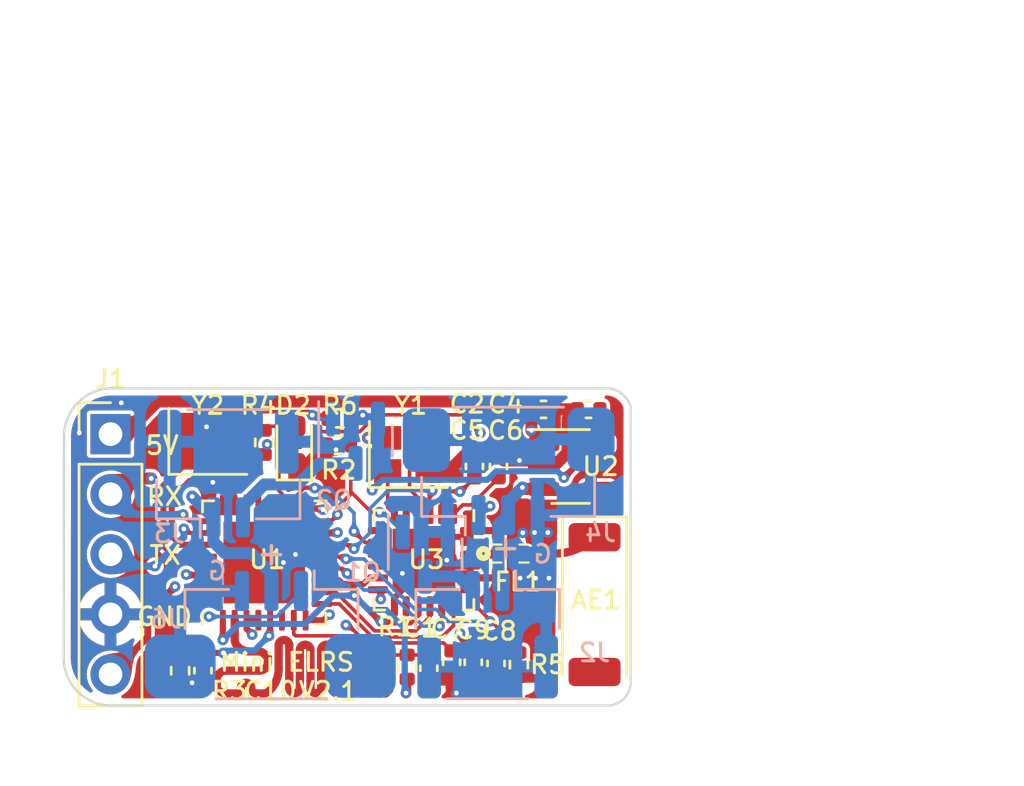
<source format=kicad_pcb>
(kicad_pcb (version 20211014) (generator pcbnew)
  (layers (0 "F.Cu" signal) (1 "In1.Cu" signal) (2 "In2.Cu" signal) (31 "B.Cu" signal) (34 "B.Paste" user) (35 "F.Paste" user) (36 "B.SilkS" user "B.Silkscreen") (37 "F.SilkS" user "F.Silkscreen") (38 "B.Mask" user) (39 "F.Mask" user) (44 "Edge.Cuts" user))
  (net 0 "")
  (net 1 "Net-(C1-Pad1)")
  (net 2 "GND")
  (net 3 "+5V")
  (net 5 "+3V3")
  (net 6 "Net-(C5-Pad1)")
  (net 7 "Net-(C6-Pad1)")
  (net 8 "/RF")
  (net 10 "/SCK")
  (net 11 "/MISO")
  (net 12 "/MOSI")
  (net 13 "/NSS")
  (net 14 "/NRST")
  (net 15 "/DIO1")
  (net 17 "/BUSY")
  (net 19 "/TX")
  (net 20 "Net-(U3-Pad4)")
  (net 21 "Net-(U3-Pad6)")
  (net 25 "Net-(C10-Pad2)")
  (net 26 "Net-(R3-Pad2)")
  (net 27 "Net-(J2-Pad2)")
  (net 28 "Net-(J3-Pad2)")
  (net 29 "/PWM2")
  (net 30 "/PWM4")
  (net 31 "/PWM1")
  (net 33 "Net-(D2-Pad2)")
  (net 34 "/LED")
  (net 35 "Net-(U1-Pad27)")
  (net 36 "Net-(U1-Pad28)")
  (net 37 "/RFOUT")
  (net 38 "/PWM3")
  (net 39 "/ANT")
  (net 41 "/GPIO0")
  (footprint "Resistor_SMD:R_0402_1005Metric" (layer "F.Cu") (at 112.1664 57.15)
    (fp_text reference "R6")
    (fp_text value "10K")
  )
  (footprint "Capacitor_SMD:C_0402_1005Metric" (layer "F.Cu") (at 117.856 59.182 90)
    (fp_text reference "C5")
    (fp_text value "10nF")
  )
  (footprint "Capacitor_SMD:C_0402_1005Metric" (layer "F.Cu") (at 115.9256 67.7164 -90)
    (fp_text reference "C1")
    (fp_text value "0.1uF")
  )
  (footprint "LED_SMD:LED_0603_1608Metric" (layer "F.Cu") (at 110.236 58.2676 90)
    (fp_text reference "D2")
    (fp_text value "LED")
  )
  (footprint "Capacitor_SMD:C_0402_1005Metric" (layer "F.Cu") (at 118.872 59.182 90)
    (fp_text reference "C6")
    (fp_text value "10nF")
  )
  (footprint "Package_DFN_QFN:QFN-24-1EP_4x4mm_P0.5mm_EP2.65x2.65mm" (layer "F.Cu") (at 115.7224 63.1444 -90)
    (fp_text reference "U3")
    (fp_text value "SX1280IMLTRT")
  )
  (footprint "Resistor_SMD:R_0402_1005Metric" (layer "F.Cu") (at 112.1156 58.2676 180)
    (fp_text reference "R2")
    (fp_text value "10K")
  )
  (footprint "Capacitor_SMD:C_0402_1005Metric" (layer "F.Cu") (at 106.3752 67.818 90)
    (fp_text reference "C10")
    (fp_text value "0.1uF")
  )
  (footprint "Resistor_SMD:R_0402_1005Metric" (layer "F.Cu") (at 108.966 58.166 -90)
    (fp_text reference "R4")
    (fp_text value "10K")
  )
  (footprint "Connector_PinHeader_2.54mm:PinHeader_1x05_P2.54mm_Vertical" (layer "F.Cu") (at 102.4636 57.8154)
    (fp_text reference "J1")
    (fp_text value "Conn_01x05")
  )
  (footprint "Capacitor_SMD:C_0402_1005Metric" (layer "F.Cu") (at 116.8908 67.4624 -90)
    (fp_text reference "C7")
    (fp_text value "4.7uF")
  )
  (footprint "Crystal:Crystal_SMD_2520-4Pin_2.5x2.0mm" (layer "F.Cu") (at 115.062 58.674)
    (fp_text reference "Y1")
    (fp_text value "52M")
  )
  (footprint "Package_DFN_QFN:QFN-32-1EP_5x5mm_P0.5mm_EP3.45x3.45mm" (layer "F.Cu") (at 108.966 63.246 90)
    (fp_text reference "U1")
    (fp_text value "ESP8266EX")
  )
  (footprint "Capacitor_SMD:C_0402_1005Metric" (layer "F.Cu") (at 120.777 56.769)
    (fp_text reference "C2")
    (fp_text value "4.7uF")
  )
  (footprint "Capacitor_SMD:C_0402_1005Metric" (layer "F.Cu") (at 117.8052 67.4624 -90)
    (fp_text reference "C9")
    (fp_text value "0.1uF")
  )
  (footprint "Resistor_SMD:R_0402_1005Metric" (layer "F.Cu") (at 119.7356 67.564 -90)
    (fp_text reference "R5")
    (fp_text value "10K")
  )
  (footprint "Resistor_SMD:R_0402_1005Metric" (layer "F.Cu") (at 105.41 67.82 90)
    (fp_text reference "R3")
    (fp_text value "12K")
  )
  (footprint "Package_TO_SOT_SMD:SOT-23-5" (layer "F.Cu") (at 121.92 59.182)
    (fp_text reference "U2")
    (fp_text value "TC2014-3.3VxCTTR")
  )
  (footprint "ic_footprint:FILTER-SMD_4P-L1.0-W0.5-L" (layer "F.Cu") (at 119.38 62.865)
    (fp_text reference "FL1")
    (fp_text value "2450FM07D0034T")
  )
  (footprint "RF_Antenna:Johanson_2450AT43F0100" (layer "F.Cu") (at 122.936 65.024 -90)
    (fp_text reference "AE1")
    (fp_text value "Antenna")
  )
  (footprint "Resistor_SMD:R_0402_1005Metric" (layer "F.Cu") (at 115.0112 67.6656 90)
    (fp_text reference "R1")
    (fp_text value "10K")
  )
  (footprint "Capacitor_SMD:C_0402_1005Metric" (layer "F.Cu") (at 122.682 56.769 180)
    (fp_text reference "C4")
    (fp_text value "4.7uF")
  )
  (footprint "Crystal:Crystal_SMD_2520-4Pin_2.5x2.0mm" (layer "F.Cu") (at 106.5784 58.1152)
    (fp_text reference "Y2")
    (fp_text value "52M")
  )
  (footprint "Capacitor_SMD:C_0402_1005Metric" (layer "F.Cu") (at 118.7704 67.5132 -90)
    (fp_text reference "C8")
    (fp_text value "4.7uF")
  )
  (footprint "Connector_Molex:Molex_CLIK-Mate_502386-0270_1x02-1MP_P1.25mm_Horizontal" (layer "B.Cu") (at 107.442 59.4868)
    (fp_text reference "J3")
    (fp_text value "Conn_01x02_MountingPin")
  )
  (footprint "Connector_Molex:Molex_CLIK-Mate_502386-0270_1x02-1MP_P1.25mm_Horizontal" (layer "B.Cu") (at 118.4148 66.294 180)
    (fp_text reference "J2")
    (fp_text value "Conn_01x02_MountingPin")
  )
  (footprint "Connector_Molex:Molex_CLIK-Mate_502386-0370_1x03-1MP_P1.25mm_Horizontal" (layer "B.Cu") (at 119.2784 59.3852)
    (fp_text reference "J4")
    (fp_text value "Conn_01x03_MountingPin")
  )
  (footprint "Package_TO_SOT_SMD:SOT-23" (layer "B.Cu") (at 112.8268 58.1152 -90)
    (fp_text reference "Q2")
    (fp_text value "Q_NMOS_GSD")
  )
  (footprint "Package_TO_SOT_SMD:SOT-23" (layer "B.Cu") (at 115.7732 62.8904 -90)
    (fp_text reference "Q1")
    (fp_text value "Q_NMOS_GSD")
  )
  (footprint "Connector_Molex:Molex_CLIK-Mate_502386-0370_1x03-1MP_P1.25mm_Horizontal" (layer "B.Cu") (at 109.2708 66.294 180)
    (fp_text reference "J6")
    (fp_text value "Conn_01x03_MountingPin")
  )
  (gr_line (start 124.46 56.642) (end 124.46 68.199) (layer "Edge.Cuts") (width 0.1))
  (gr_line (start 123.571 69.2912) (end 102.517206 69.2912) (layer "Edge.Cuts") (width 0.1))
  (gr_arc (start 102.517206 69.2912) (mid 101.092 68.720298) (end 100.485206 67.31) (layer "Edge.Cuts") (width 0.1))
  (gr_arc (start 124.46 68.199) (mid 124.240202 68.927997) (end 123.571 69.2912) (layer "Edge.Cuts") (width 0.1))
  (gr_line (start 100.485206 67.31) (end 100.496841 57.912) (layer "Edge.Cuts") (width 0.1))
  (gr_arc (start 100.496841 57.912) (mid 101.092 56.475159) (end 102.528841 55.88) (layer "Edge.Cuts") (width 0.1))
  (gr_line (start 102.528841 55.88) (end 123.317 55.88) (layer "Edge.Cuts") (width 0.1))
  (gr_arc (start 123.317 55.88) (mid 124.024457 56.057064) (end 124.46 56.642) (layer "Edge.Cuts") (width 0.1))
  (gr_text "G" (at 120.7516 62.8904) (layer "B.SilkS") (effects (font (size 0.762 0.762) (thickness 0.127)) (justify mirror)))
  (gr_text "+" (at 109.2708 62.8396) (layer "B.SilkS") (effects (font (size 1 1)) (justify mirror)))
  (gr_text "+" (at 119.1768 62.5856) (layer "B.SilkS") (effects (font (size 1 1)) (justify mirror)))
  (gr_text "G" (at 106.9848 63.6016) (layer "B.SilkS") (effects (font (size 0.762 0.762) (thickness 0.127)) (justify mirror)))
  (gr_text "RX" (at 104.7496 60.452) (layer "F.SilkS") (effects (font (size 0.762 0.762) (thickness 0.127))))
  (gr_text "Mini ELRS\n      V2.1" (at 109.9312 68.072) (layer "F.SilkS") (effects (font (size 0.762 0.762) (thickness 0.127))))
  (gr_text "5V" (at 104.648 58.293) (layer "F.SilkS") (effects (font (size 0.762 0.762) (thickness 0.127))))
  (gr_text "GND" (at 104.7496 65.532) (layer "F.SilkS") (effects (font (size 0.762 0.762) (thickness 0.127))))
  (gr_text "TX" (at 104.775 62.9412) (layer "F.SilkS") (effects (font (size 0.762 0.762) (thickness 0.127))))
  (segment (start 115.0112 67.1556) (end 115.730532 67.1556) (width 0.1524) (layer "F.Cu") (net 1))
  (segment (start 110.2868 66.3448) (end 110.236 66.294) (width 0.1524) (layer "F.Cu") (net 1))
  (segment (start 113.718939 67.1556) (end 115.0112 67.1556) (width 0.1524) (layer "F.Cu") (net 1))
  (segment (start 113.2332 66.9544) (end 112.6236 66.3448) (width 0.1524) (layer "F.Cu") (net 1))
  (segment (start 110.216 66.245716) (end 110.216 65.6835) (width 0.1524) (layer "F.Cu") (net 1))
  (segment (start 112.6236 66.3448) (end 110.2868 66.3448) (width 0.1524) (layer "F.Cu") (net 1))
  (arc (start 113.2332 66.9544) (mid 113.456059 67.10331) (end 113.718939 67.1556) (width 0.1524) (layer "F.Cu") (net 1))
  (arc (start 115.730532 67.1556) (mid 115.836102 67.1766) (end 115.9256 67.2364) (width 0.1524) (layer "F.Cu") (net 1))
  (arc (start 110.236 66.294) (mid 110.221198 66.271847) (end 110.216 66.245716) (width 0.1524) (layer "F.Cu") (net 1))
  (segment (start 106.5245 57.5025) (end 106.5245 57.5056) (width 0.508) (layer "F.Cu") (net 2))
  (segment (start 107.4534 58.8152) (end 107.4534 59.190296) (width 0.508) (layer "F.Cu") (net 2))
  (segment (start 115.6716 63.754) (end 115.460849 63.754) (width 0.254) (layer "F.Cu") (net 2))
  (segment (start 106.394 68.33) (end 106.426 68.298) (width 0.508) (layer "F.Cu") (net 2))
  (segment (start 116.713 59.436) (end 115.999 59.436) (width 0.508) (layer "F.Cu") (net 2))
  (segment (start 118.814 68.016) (end 118.872 68.074) (width 0.29337) (layer "F.Cu") (net 2))
  (segment (start 122.202 56.769) (end 121.79842 57.17258) (width 0.508) (layer "F.Cu") (net 2))
  (segment (start 121.79842 57.17258) (end 121.79842 58.590523) (width 0.508) (layer "F.Cu") (net 2))
  (segment (start 119.098 58.928) (end 119.761 58.928) (width 0.508) (layer "F.Cu") (net 2))
  (segment (start 114.4724 64.742449) (end 114.4724 65.0944) (width 0.254) (layer "F.Cu") (net 2))
  (segment (start 105.7034 57.4152) (end 106.4372 57.4152) (width 0.508) (layer "F.Cu") (net 2))
  (segment (start 120.396 61.976) (end 120.9548 61.976) (width 0.29337) (layer "F.Cu") (net 2))
  (segment (start 117.856 58.702) (end 117.447 58.702) (width 0.508) (layer "F.Cu") (net 2))
  (segment (start 105.41 68.33) (end 105.914 68.33) (width 0.508) (layer "F.Cu") (net 2))
  (segment (start 117.6724 63.6974) (end 117.6724 63.8944) (width 0.254) (layer "F.Cu") (net 2))
  (segment (start 107.4534 59.190296) (end 106.791448 59.852248) (width 0.508) (layer "F.Cu") (net 2))
  (segment (start 117.6724 61.8944) (end 117.6724 62.1596) (width 0.254) (layer "F.Cu") (net 2))
  (segment (start 118.872 58.702) (end 119.098 58.928) (width 0.508) (layer "F.Cu") (net 2))
  (segment (start 111.6056 58.2676) (end 111.8123 58.4743) (width 0.508) (layer "F.Cu") (net 2))
  (segment (start 110.236 59.0551) (end 110.8181 59.0551) (width 0.508) (layer "F.Cu") (net 2))
  (segment (start 112.994 57.15) (end 113.1316 57.0124) (width 0.1524) (layer "F.Cu") (net 2))
  (segment (start 112.6764 57.15) (end 112.994 57.15) (width 0.1524) (layer "F.Cu") (net 2))
  (segment (start 117.856 68.016) (end 118.814 68.016) (width 0.29337) (layer "F.Cu") (net 2))
  (segment (start 119.761 58.928) (end 120.5285 58.928) (width 0.508) (layer "F.Cu") (net 2))
  (segment (start 111.8123 58.4743) (end 112.0017 58.4743) (width 0.508) (layer "F.Cu") (net 2))
  (segment (start 117.6724 62.1596) (end 116.6564 62.1596) (width 0.254) (layer "F.Cu") (net 2))
  (segment (start 121.79842 58.590523) (end 121.206943 59.182) (width 0.508) (layer "F.Cu") (net 2))
  (segment (start 119.6848 61.976) (end 120.396 61.976) (width 0.29337) (layer "F.Cu") (net 2))
  (segment (start 117.6724 62.1596) (end 117.6724 62.3944) (width 0.254) (layer "F.Cu") (net 2))
  (segment (start 117.856 58.702) (end 118.872 58.702) (width 0.508) (layer "F.Cu") (net 2))
  (segment (start 117.6724 63.6974) (end 116.5156 63.6974) (width 0.254) (layer "F.Cu") (net 2))
  (segment (start 114.187 57.974) (end 113.349 57.974) (width 0.508) (layer "F.Cu") (net 2))
  (segment (start 120.4468 63.9064) (end 121.0056 63.9064) (width 0.29337) (layer "F.Cu") (net 2))
  (segment (start 119.7864 63.9064) (end 120.4468 63.9064) (width 0.29337) (layer "F.Cu") (net 2))
  (segment (start 119.38 62.5348) (end 119.38 62.565) (width 0.254) (layer "F.Cu") (net 2))
  (segment (start 114.9724 61.1944) (end 114.9724 62.1404) (width 0.254) (layer "F.Cu") (net 2))
  (segment (start 115.460849 63.754) (end 114.4724 64.742449) (width 0.254) (layer "F.Cu") (net 2))
  (segment (start 105.914 68.33) (end 106.394 68.33) (width 0.508) (layer "F.Cu") (net 2))
  (segment (start 120.5285 58.928) (end 120.7825 59.182) (width 0.508) (layer "F.Cu") (net 2))
  (segment (start 119.38 63.5) (end 119.7864 63.9064) (width 0.29337) (layer "F.Cu") (net 2))
  (segment (start 110.8181 59.0551) (end 111.6056 58.2676) (width 0.508) (layer "F.Cu") (net 2))
  (segment (start 121.257 56.769) (end 122.202 56.769) (width 0.508) (layer "F.Cu") (net 2))
  (segment (start 119.38 62.2808) (end 119.6848 61.976) (width 0.29337) (layer "F.Cu") (net 2))
  (segment (start 119.38 62.565) (end 119.38 62.2808) (width 0.29337) (layer "F.Cu") (net 2))
  (segment (start 106.4372 57.4152) (end 106.5245 57.5025) (width 0.508) (layer "F.Cu") (net 2))
  (segment (start 117.447 58.702) (end 116.713 59.436) (width 0.508) (layer "F.Cu") (net 2))
  (segment (start 119.899749 61.988918) (end 119.8372 61.926369) (width 0.254) (layer "F.Cu") (net 2))
  (segment (start 119.38 63.165) (end 119.38 63.5) (width 0.29337) (layer "F.Cu") (net 2))
  (segment (start 121.206943 59.182) (end 120.7825 59.182) (width 0.508) (layer "F.Cu") (net 2))
  (segment (start 117.6724 63.3944) (end 117.6724 63.6974) (width 0.254) (layer "F.Cu") (net 2))
  (via (at 114.808 63.7032) (size 0.45) (drill 0.2) (layers "F.Cu" "B.Cu") (net 2))
  (via (at 121.0056 63.9064) (size 0.45) (drill 0.2) (layers "F.Cu" "B.Cu") (net 2))
  (via (at 120.4468 63.9064) (size 0.45) (drill 0.2) (layers "F.Cu" "B.Cu") (net 2))
  (via (at 101.1428 57.7596) (size 0.45) (drill 0.2) (layers "F.Cu" "B.Cu") (net 2))
  (via (at 116.6876 63.1444) (size 0.45) (drill 0.2) (layers "F.Cu" "B.Cu") (net 2))
  (via (at 119.7864 63.9064) (size 0.45) (drill 0.2) (layers "F.Cu" "B.Cu") (net 2))
  (via (at 113.1316 57.0124) (size 0.45) (drill 0.2) (layers "F.Cu" "B.Cu") (net 2))
  (via (at 104.2416 60.6552) (size 0.45) (drill 0.2) (layers "F.Cu" "B.Cu") (net 2))
  (via (at 113.349 57.974) (size 0.45) (drill 0.2) (layers "F.Cu" "B.Cu") (net 2))
  (via (at 110.2868 62.904285) (size 0.45) (drill 0.2) (layers "F.Cu" "B.Cu") (net 2))
  (via (at 106.5276 57.5056) (size 0.45) (drill 0.2) (layers "F.Cu" "B.Cu") (net 2))
  (via (at 106.791448 59.852248) (size 0.45) (drill 0.2) (layers "F.Cu" "B.Cu") (net 2))
  (via (at 109.7788 63.246) (size 0.45) (drill 0.2) (layers "F.Cu" "B.Cu") (net 2))
  (via (at 119.899749 61.988918) (size 0.45) (drill 0.2) (layers "F.Cu" "B.Cu") (net 2))
  (via (at 105.914 68.33) (size 0.45) (drill 0.2) (layers "F.Cu" "B.Cu") (net 2))
  (via (at 112.0017 58.4743) (size 0.45) (drill 0.2) (layers "F.Cu" "B.Cu") (net 2))
  (via (at 120.396 61.976) (size 0.45) (drill 0.2) (layers "F.Cu" "B.Cu") (net 2))
  (via (at 119.761 58.928) (size 0.45) (drill 0.2) (layers "F.Cu" "B.Cu") (net 2))
  (via (at 102.9208 56.4896) (size 0.45) (drill 0.2) (layers "F.Cu" "B.Cu") (net 2))
  (via (at 120.9548 61.976) (size 0.45) (drill 0.2) (layers "F.Cu" "B.Cu") (net 2))
  (via (at 117.094 68.7667) (size 0.45) (drill 0.2) (layers "F.Cu" "B.Cu") (net 2))
  (segment (start 120.269 56.797) (end 120.297 56.769) (width 0.508) (layer "F.Cu") (net 3))
  (segment (start 120.7825 58.232) (end 120.7825 58.1715) (width 0.508) (layer "F.Cu") (net 3))
  (segment (start 120.297 56.769) (end 119.962 56.434) (width 0.508) (layer "F.Cu") (net 3))
  (segment (start 103.0682 57.8154) (end 104.4496 56.434) (width 0.508) (layer "F.Cu") (net 3))
  (segment (start 102.4636 57.8154) (end 103.0682 57.8154) (width 0.508) (layer "F.Cu") (net 3))
  (segment (start 120.7825 58.1715) (end 120.269 57.658) (width 0.508) (layer "F.Cu") (net 3))
  (segment (start 119.962 56.434) (end 104.4496 56.434) (width 0.508) (layer "F.Cu") (net 3))
  (segment (start 119.949 60.132) (end 119.888 60.071) (width 0.508) (layer "F.Cu") (net 3))
  (segment (start 120.269 57.658) (end 120.269 56.797) (width 0.508) (layer "F.Cu") (net 3))
  (segment (start 120.7825 60.132) (end 119.949 60.132) (width 0.508) (layer "F.Cu") (net 3))
  (via (at 120.269 57.658) (size 0.45) (drill 0.2) (layers "F.Cu" "B.Cu") (net 3))
  (via (at 105.918 60.452) (size 0.45) (drill 0.2) (layers "F.Cu" "B.Cu") (net 3))
  (via (at 119.888 60.071) (size 0.45) (drill 0.2) (layers "F.Cu" "B.Cu") (net 3))
  (segment (start 119.2784 60.6806) (end 119.2784 61.2352) (width 0.508) (layer "B.Cu") (net 3))
  (segment (start 106.817 62.367) (end 106.817 61.3368) (width 0.508) (layer "B.Cu") (net 3))
  (segment (start 106.8028 61.3368) (end 105.918 60.452) (width 0.508) (layer "B.Cu") (net 3))
  (segment (start 119.888 60.071) (end 119.2784 60.6806) (width 0.508) (layer "B.Cu") (net 3))
  (segment (start 109.2708 63.7032) (end 108.4072 62.8396) (width 0.508) (layer "B.Cu") (net 3))
  (segment (start 108.4072 62.8396) (end 107.2896 62.8396) (width 0.508) (layer "B.Cu") (net 3))
  (segment (start 107.2896 62.8396) (end 106.817 62.367) (width 0.508) (layer "B.Cu") (net 3))
  (segment (start 106.817 61.3368) (end 106.8028 61.3368) (width 0.508) (layer "B.Cu") (net 3))
  (segment (start 109.2708 64.444) (end 109.2708 63.7032) (width 0.508) (layer "B.Cu") (net 3))
  (segment (start 119.2784 61.2352) (end 118.872 61.6416) (width 0.508) (layer "B.Cu") (net 3))
  (segment (start 118.872 64.2762) (end 119.0398 64.444) (width 0.508) (layer "B.Cu") (net 3))
  (segment (start 118.872 61.6416) (end 118.872 64.2762) (width 0.508) (layer "B.Cu") (net 3))
  (segment (start 112.541611 64.154611) (end 113.160917 64.154611) (width 0.254) (layer "F.Cu") (net 5))
  (segment (start 106.5285 63.496) (end 106.5285 63.7785) (width 0.254) (layer "F.Cu") (net 5))
  (segment (start 112.776 64.389) (end 112.776 64.643) (width 0.254) (layer "F.Cu") (net 5))
  (segment (start 111.4035 63.996) (end 112.125607 63.996) (width 0.254) (layer "F.Cu") (net 5))
  (segment (start 117.856 66.943) (end 117.856 67.056) (width 0.254) (layer "F.Cu") (net 5))
  (segment (start 106.5285 63.7785) (end 105.6885 63.7785) (width 0.254) (layer "F.Cu") (net 5))
  (segment (start 117.2464 66.3334) (end 117.856 66.943) (width 0.254) (layer "F.Cu") (net 5))
  (segment (start 112.284218 64.154611) (end 112.541611 64.154611) (width 0.254) (layer "F.Cu") (net 5))
  (segment (start 115.4724 65.445672) (end 115.132072 65.786) (width 0.254) (layer "F.Cu") (net 5))
  (segment (start 112.541611 64.154611) (end 112.776 64.389) (width 0.254) (layer "F.Cu") (net 5))
  (segment (start 121.640602 59.656986) (end 123.0575 58.240088) (width 0.254) (layer "F.Cu") (net 5))
  (segment (start 107.216 65.6835) (end 107.216 66.52) (width 0.254) (layer "F.Cu") (net 5))
  (segment (start 123.0575 58.240088) (end 123.0575 58.232) (width 0.254) (layer "F.Cu") (net 5))
  (segment (start 108.216 65.6835) (end 108.716 65.6835) (width 0.254) (layer "F.Cu") (net 5))
  (segment (start 106.5285 63.7785) (end 106.5285 63.996) (width 0.254) (layer "F.Cu") (net 5))
  (segment (start 112.125607 63.996) (end 112.284218 64.154611) (width 0.254) (layer "F.Cu") (net 5))
  (segment (start 117.8052 66.9824) (end 118.647758 66.9824) (width 0.34925) (layer "F.Cu") (net 5))
  (segment (start 110.8675 60.96) (end 110.716 60.8085) (width 0.254) (layer "F.Cu") (net 5))
  (segment (start 115.132072 65.786) (end 113.919 65.786) (width 0.254) (layer "F.Cu") (net 5))
  (segment (start 113.421128 63.8944) (end 113.7724 63.8944) (width 0.254) (layer "F.Cu") (net 5))
  (segment (start 113.160917 64.154611) (end 113.421128 63.8944) (width 0.254) (layer "F.Cu") (net 5))
  (segment (start 113.919 65.786) (end 112.776 64.643) (width 0.254) (layer "F.Cu") (net 5))
  (segment (start 115.4724 65.0944) (end 115.4724 65.445672) (width 0.254) (layer "F.Cu") (net 5))
  (segment (start 111.4552 61.0108) (end 111.4044 60.96) (width 0.254) (layer "F.Cu") (net 5))
  (segment (start 117.2464 66.2432) (end 117.2464 66.3334) (width 0.254) (layer "F.Cu") (net 5))
  (segment (start 115.0112 68.1756) (end 115.0112 68.644058) (width 0.34925) (layer "F.Cu") (net 5))
  (segment (start 105.6885 63.7785) (end 105.664 63.754) (width 0.254) (layer "F.Cu") (net 5))
  (segment (start 111.4044 60.96) (end 110.8675 60.96) (width 0.254) (layer "F.Cu") (net 5))
  (segment (start 108.216 66.052) (end 108.458 66.294) (width 0.254) (layer "F.Cu") (net 5))
  (segment (start 108.216 65.6835) (end 108.216 66.052) (width 0.254) (layer "F.Cu") (net 5))
  (segment (start 123.0575 58.232) (end 123.0575 56.8735) (width 0.254) (layer "F.Cu") (net 5))
  (via (at 107.216 66.52) (size 0.45) (drill 0.2) (layers "F.Cu" "B.Cu") (net 5))
  (via (at 112.776 64.643) (size 0.45) (drill 0.2) (layers "F.Cu" "B.Cu") (net 5))
  (via (at 114.9604 68.7667) (size 0.45) (drill 0.2) (layers "F.Cu" "B.Cu") (net 5))
  (via (at 117.2464 66.2432) (size 0.45) (drill 0.2) (layers "F.Cu" "B.Cu") (net 5))
  (via (at 111.4552 61.0108) (size 0.45) (drill 0.2) (layers "F.Cu" "B.Cu") (net 5))
  (via (at 108.458 66.294) (size 0.45) (drill 0.2) (layers "F.Cu" "B.Cu") (net 5))
  (via (at 121.640602 59.656986) (size 0.45) (drill 0.2) (layers "F.Cu" "B.Cu") (net 5))
  (via (at 113.527188 60.187119) (size 0.45) (drill 0.2) (layers "F.Cu" "B.Cu") (net 5))
  (via (at 105.664 63.754) (size 0.45) (drill 0.2) (layers "F.Cu" "B.Cu") (net 5))
  (via (at 113.900874 65.7357) (size 0.45) (drill 0.2) (layers "F.Cu" "B.Cu") (net 5))
  (arc (start 118.647758 66.9824) (mid 118.714131 66.995603) (end 118.7704 67.0332) (width 0.34925) (layer "F.Cu") (net 5))
  (arc (start 115.0112 68.644058) (mid 114.997997 68.710431) (end 114.9604 68.7667) (width 0.34925) (layer "F.Cu") (net 5))
  (segment (start 114.114947 65.245347) (end 113.378347 65.245347) (width 0.254) (layer "B.Cu") (net 5))
  (segment (start 114.9096 68.6816) (end 114.9096 67.564) (width 0.254) (layer "B.Cu") (net 5))
  (segment (start 121.640602 59.656986) (end 121.368816 59.3852) (width 0.254) (layer "B.Cu") (net 5))
  (segment (start 107.8939 65.8421) (end 107.216 66.52) (width 0.254) (layer "B.Cu") (net 5))
  (segment (start 121.368816 59.3852) (end 118.7704 59.3852) (width 0.254) (layer "B.Cu") (net 5))
  (segment (start 114.9096 67.564) (end 114.9096 68.644058) (width 0.254) (layer "B.Cu") (net 5))
  (segment (start 113.967805 59.746502) (end 113.527188 60.187119) (width 0.254) (layer "B.Cu") (net 5))
  (segment (start 111.887 64.643) (end 110.6879 65.8421) (width 0.254) (layer "B.Cu") (net 5))
  (segment (start 110.6879 65.8421) (end 107.8939 65.8421) (width 0.254) (layer "B.Cu") (net 5))
  (segment (start 114.9096 67.564) (end 114.9096 65.9384) (width 0.254) (layer "B.Cu") (net 5))
  (segment (start 118.409098 59.746502) (end 113.967805 59.746502) (width 0.254) (layer "B.Cu") (net 5))
  (segment (start 114.808 65.9384) (end 114.114947 65.245347) (width 0.254) (layer "B.Cu") (net 5))
  (segment (start 113.378347 65.245347) (end 112.776 64.643) (width 0.254) (layer "B.Cu") (net 5))
  (segment (start 112.776 64.643) (end 111.887 64.643) (width 0.254) (layer "B.Cu") (net 5))
  (segment (start 118.7704 59.3852) (end 118.409098 59.746502) (width 0.254) (layer "B.Cu") (net 5))
  (segment (start 114.9096 65.9384) (end 114.808 65.9384) (width 0.254) (layer "B.Cu") (net 5))
  (arc (start 114.9096 68.644058) (mid 114.922803 68.710431) (end 114.9604 68.7667) (width 0.254) (layer "B.Cu") (net 5))
  (segment (start 113.920953 64.542953) (end 113.7724 64.3944) (width 0.254) (layer "F.Cu") (net 6))
  (segment (start 116.4724 60.6164) (end 116.4724 61.1944) (width 0.1524) (layer "F.Cu") (net 6))
  (segment (start 113.920953 64.793447) (end 113.920953 64.542953) (width 0.254) (layer "F.Cu") (net 6))
  (segment (start 117.856 59.662) (end 117.2692 60.2488) (width 0.1524) (layer "F.Cu") (net 6))
  (segment (start 113.281806 66.6462) (end 116.5546 66.6462) (width 0.1524) (layer "F.Cu") (net 6))
  (segment (start 112.524071 65.888465) (end 113.281806 66.6462) (width 0.1524) (layer "F.Cu") (net 6))
  (segment (start 116.84 60.2488) (end 116.4724 60.6164) (width 0.1524) (layer "F.Cu") (net 6))
  (segment (start 112.421305 65.888465) (end 112.524071 65.888465) (width 0.1524) (layer "F.Cu") (net 6))
  (segment (start 117.2692 60.2488) (end 117.2464 60.2488) (width 0.1524) (layer "F.Cu") (net 6))
  (segment (start 116.5546 66.6462) (end 116.8908 66.9824) (width 0.1524) (layer "F.Cu") (net 6))
  (segment (start 117.2464 60.2488) (end 116.84 60.2488) (width 0.1524) (layer "F.Cu") (net 6))
  (via (at 112.421305 65.888465) (size 0.45) (drill 0.2) (layers "F.Cu" "B.Cu") (net 6))
  (via (at 117.2464 60.2488) (size 0.45) (drill 0.2) (layers "F.Cu" "B.Cu") (net 6))
  (via (at 113.8936 64.793947) (size 0.45) (drill 0.2) (layers "F.Cu" "B.Cu") (net 6))
  (segment (start 117.7264 60.8076) (end 117.3592 60.8076) (width 0.1524) (layer "F.Cu") (net 7))
  (segment (start 117.3592 60.8076) (end 116.9724 61.1944) (width 0.1524) (layer "F.Cu") (net 7))
  (segment (start 118.872 59.662) (end 117.7264 60.8076) (width 0.1524) (layer "F.Cu") (net 7))
  (segment (start 118.7756 62.8944) (end 118.805 62.865) (width 0.156464) (layer "F.Cu") (net 8))
  (segment (start 117.6724 62.8944) (end 118.734023 62.8944) (width 0.34925) (layer "F.Cu") (net 8))
  (arc (start 118.734023 62.8944) (mid 118.772436 62.886759) (end 118.805 62.865) (width 0.34925) (layer "F.Cu") (net 8))
  (segment (start 113.535094 66.3939) (end 116.486117 66.3939) (width 0.1524) (layer "F.Cu") (net 10))
  (segment (start 116.486117 66.3939) (end 116.9724 65.907617) (width 0.1524) (layer "F.Cu") (net 10))
  (segment (start 112.137194 64.996) (end 113.535094 66.3939) (width 0.1524) (layer "F.Cu") (net 10))
  (segment (start 116.9724 65.907617) (end 116.9724 65.0944) (width 0.1524) (layer "F.Cu") (net 10))
  (segment (start 111.4035 64.996) (end 112.137194 64.996) (width 0.1524) (layer "F.Cu") (net 10))
  (segment (start 115.9724 65.536) (end 115.9724 65.0944) (width 0.1524) (layer "F.Cu") (net 11))
  (segment (start 115.3721 66.1363) (end 115.9724 65.536) (width 0.1524) (layer "F.Cu") (net 11))
  (segment (start 113.6343 66.1363) (end 115.3721 66.1363) (width 0.1524) (layer "F.Cu") (net 11))
  (segment (start 111.994 64.496) (end 113.6343 66.1363) (width 0.1524) (layer "F.Cu") (net 11))
  (segment (start 111.4035 64.496) (end 111.994 64.496) (width 0.1524) (layer "F.Cu") (net 11))
  (segment (start 116.4724 65.0944) (end 116.4724 65.841066) (width 0.1524) (layer "F.Cu") (net 12))
  (segment (start 111.4035 63.496) (end 112.264 63.496) (width 0.1524) (layer "F.Cu") (net 12))
  (segment (start 116.4724 65.841066) (end 116.378933 65.934533) (width 0.1524) (layer "F.Cu") (net 12))
  (segment (start 112.264 63.496) (end 112.4712 63.7032) (width 0.1524) (layer "F.Cu") (net 12))
  (via (at 116.378933 65.934533) (size 0.45) (drill 0.2) (layers "F.Cu" "B.Cu") (net 12))
  (via (at 112.4712 63.7032) (size 0.45) (drill 0.2) (layers "F.Cu" "B.Cu") (net 12))
  (segment (start 114.675447 64.942247) (end 114.697695 64.942247) (width 0.1524) (layer "B.Cu") (net 12))
  (segment (start 113.176611 64.408611) (end 113.738547 64.408611) (width 0.1524) (layer "B.Cu") (net 12))
  (segment (start 112.4712 63.7032) (end 113.176611 64.408611) (width 0.1524) (layer "B.Cu") (net 12))
  (segment (start 115.689981 65.934533) (end 116.378933 65.934533) (width 0.1524) (layer "B.Cu") (net 12))
  (segment (start 114.697695 64.942247) (end 115.689981 65.934533) (width 0.1524) (layer "B.Cu") (net 12))
  (segment (start 114.125547 64.392347) (end 114.675447 64.942247) (width 0.1524) (layer "B.Cu") (net 12))
  (segment (start 113.738547 64.408611) (end 113.754811 64.392347) (width 0.1524) (layer "B.Cu") (net 12))
  (segment (start 113.754811 64.392347) (end 114.125547 64.392347) (width 0.1524) (layer "B.Cu") (net 12))
  (segment (start 117.6724 64.3944) (end 117.6724 64.8404) (width 0.1524) (layer "F.Cu") (net 13))
  (segment (start 111.4035 62.996) (end 112.3228 62.996) (width 0.1524) (layer "F.Cu") (net 13))
  (segment (start 117.6724 64.8404) (end 119.7356 66.9036) (width 0.1524) (layer "F.Cu") (net 13))
  (segment (start 112.3228 62.996) (end 112.4204 63.0936) (width 0.1524) (layer "F.Cu") (net 13))
  (segment (start 119.7356 66.9036) (end 119.7356 67.054) (width 0.1524) (layer "F.Cu") (net 13))
  (via (at 118.5164 65.7352) (size 0.45) (drill 0.2) (layers "F.Cu" "B.Cu") (net 13))
  (via (at 112.4204 63.0936) (size 0.45) (drill 0.2) (layers "F.Cu" "B.Cu") (net 13))
  (segment (start 118.5164 65.7352) (end 116.746842 65.7352) (width 0.1524) (layer "B.Cu") (net 13))
  (segment (start 114.779953 64.689947) (end 113.183606 63.0936) (width 0.1524) (layer "B.Cu") (net 13))
  (segment (start 114.802201 64.689947) (end 114.779953 64.689947) (width 0.1524) (layer "B.Cu") (net 13))
  (segment (start 116.238842 65.2272) (end 115.339454 65.2272) (width 0.1524) (layer "B.Cu") (net 13))
  (segment (start 113.183606 63.0936) (end 112.4204 63.0936) (width 0.1524) (layer "B.Cu") (net 13))
  (segment (start 116.746842 65.7352) (end 116.238842 65.2272) (width 0.1524) (layer "B.Cu") (net 13))
  (segment (start 115.339454 65.2272) (end 114.802201 64.689947) (width 0.1524) (layer "B.Cu") (net 13))
  (segment (start 112.594715 62.496) (end 111.4035 62.496) (width 0.1524) (layer "F.Cu") (net 14))
  (segment (start 116.078 60.198402) (end 116.078 60.325) (width 0.1524) (layer "F.Cu") (net 14))
  (segment (start 116.078 60.325) (end 115.951 60.452) (width 0.1524) (layer "F.Cu") (net 14))
  (segment (start 112.762115 62.6634) (end 112.594715 62.496) (width 0.1524) (layer "F.Cu") (net 14))
  (segment (start 115.951 60.452) (end 115.951 61.173) (width 0.1524) (layer "F.Cu") (net 14))
  (via (at 116.078 60.198402) (size 0.45) (drill 0.2) (layers "F.Cu" "B.Cu") (net 14))
  (via (at 112.762115 62.6634) (size 0.45) (drill 0.2) (layers "F.Cu" "B.Cu") (net 14))
  (segment (start 114.19729 60.198402) (end 116.078 60.198402) (width 0.1524) (layer "B.Cu") (net 14))
  (segment (start 112.762115 62.6634) (end 113.444024 61.981491) (width 0.1524) (layer "B.Cu") (net 14))
  (segment (start 113.444024 60.951668) (end 114.19729 60.198402) (width 0.1524) (layer "B.Cu") (net 14))
  (segment (start 113.444024 61.981491) (end 113.444024 60.951668) (width 0.1524) (layer "B.Cu") (net 14))
  (segment (start 110.653169 60.0964) (end 111.0996 60.0964) (width 0.1524) (layer "F.Cu") (net 15))
  (segment (start 112.762115 61.9252) (end 113.231315 62.3944) (width 0.1524) (layer "F.Cu") (net 15))
  (segment (start 110.216 60.533569) (end 110.653169 60.0964) (width 0.1524) (layer "F.Cu") (net 15))
  (segment (start 110.216 60.8085) (end 110.216 60.533569) (width 0.1524) (layer "F.Cu") (net 15))
  (segment (start 113.231315 62.3944) (end 113.7724 62.3944) (width 0.1524) (layer "F.Cu") (net 15))
  (via (at 112.762115 61.9252) (size 0.45) (drill 0.2) (layers "F.Cu" "B.Cu") (net 15))
  (via (at 111.0996 60.0964) (size 0.45) (drill 0.2) (layers "F.Cu" "B.Cu") (net 15))
  (segment (start 111.7092 60.0964) (end 111.0996 60.0964) (width 0.1524) (layer "B.Cu") (net 15))
  (segment (start 112.762115 61.149315) (end 111.7092 60.0964) (width 0.1524) (layer "B.Cu") (net 15))
  (segment (start 112.762115 61.9252) (end 112.762115 61.149315) (width 0.1524) (layer "B.Cu") (net 15))
  (segment (start 105.742534 61.996) (end 105.566267 61.819733) (width 0.1524) (layer "F.Cu") (net 19))
  (segment (start 106.5285 61.996) (end 105.742534 61.996) (width 0.1524) (layer "F.Cu") (net 19))
  (via (at 105.566267 61.819733) (size 0.45) (drill 0.2) (layers "F.Cu" "B.Cu") (net 19))
  (via (at 104.3432 63.3984) (size 0.45) (drill 0.2) (layers "F.Cu" "B.Cu") (net 19))
  (segment (start 102.9666 63.3984) (end 102.4636 62.8954) (width 0.29337) (layer "B.Cu") (net 19))
  (segment (start 105.566267 62.175333) (end 104.3432 63.3984) (width 0.29337) (layer "B.Cu") (net 19))
  (segment (start 105.566267 61.819733) (end 105.566267 62.175333) (width 0.29337) (layer "B.Cu") (net 19))
  (segment (start 104.3432 63.3984) (end 102.9666 63.3984) (width 0.29337) (layer "B.Cu") (net 19))
  (segment (start 115.1128 60.1472) (end 115.4724 60.5068) (width 0.1524) (layer "F.Cu") (net 20))
  (segment (start 115.937 57.974) (end 115.1128 58.7982) (width 0.1524) (layer "F.Cu") (net 20))
  (segment (start 115.4724 60.5068) (end 115.4724 61.1944) (width 0.1524) (layer "F.Cu") (net 20))
  (segment (start 115.1128 58.7982) (end 115.1128 60.1472) (width 0.1524) (layer "F.Cu") (net 20))
  (segment (start 114.187 60.909) (end 114.187 59.374) (width 0.1524) (layer "F.Cu") (net 21))
  (segment (start 114.4724 61.1944) (end 114.187 60.909) (width 0.1524) (layer "F.Cu") (net 21))
  (segment (start 109.216 66.298) (end 109.216 65.6835) (width 0.254) (layer "F.Cu") (net 25))
  (segment (start 107.234849 67.069079) (end 106.694921 67.069079) (width 0.254) (layer "F.Cu") (net 25))
  (segment (start 106.694921 67.069079) (end 106.426 67.338) (width 0.254) (layer "F.Cu") (net 25))
  (segment (start 109.1692 66.3448) (end 109.216 66.298) (width 0.254) (layer "F.Cu") (net 25))
  (via (at 109.1692 66.3448) (size 0.45) (drill 0.2) (layers "F.Cu" "B.Cu") (net 25))
  (via (at 107.234849 67.069079) (size 0.45) (drill 0.2) (layers "F.Cu" "B.Cu") (net 25))
  (segment (start 108.542589 66.971411) (end 109.1692 66.3448) (width 0.254) (layer "B.Cu") (net 25))
  (segment (start 107.332517 66.971411) (end 108.542589 66.971411) (width 0.254) (layer "B.Cu") (net 25))
  (segment (start 107.234849 67.069079) (end 107.332517 66.971411) (width 0.254) (layer "B.Cu") (net 25))
  (segment (start 105.41 65.0748) (end 105.9888 64.496) (width 0.1524) (layer "F.Cu") (net 26))
  (segment (start 105.9888 64.496) (end 106.5285 64.496) (width 0.1524) (layer "F.Cu") (net 26))
  (segment (start 105.41 67.31) (end 105.41 65.0748) (width 0.1524) (layer "F.Cu") (net 26))
  (segment (start 117.1737 63.8279) (end 117.7898 64.444) (width 0.508) (layer "B.Cu") (net 27))
  (segment (start 115.7732 63.8279) (end 117.1737 63.8279) (width 0.508) (layer "B.Cu") (net 27))
  (segment (start 112.8268 59.0527) (end 111.2797 59.0527) (width 0.508) (layer "B.Cu") (net 28))
  (segment (start 111.2797 59.0527) (end 110.3884 59.944) (width 0.508) (layer "B.Cu") (net 28))
  (segment (start 110.3884 59.944) (end 108.966 59.944) (width 0.508) (layer "B.Cu") (net 28))
  (segment (start 108.067 60.843) (end 108.067 61.3368) (width 0.508) (layer "B.Cu") (net 28))
  (segment (start 108.966 59.944) (end 108.067 60.843) (width 0.508) (layer "B.Cu") (net 28))
  (segment (start 107.216 60.4748) (end 108.4072 59.2836) (width 0.1524) (layer "F.Cu") (net 29))
  (segment (start 107.216 60.8085) (end 107.216 60.4748) (width 0.1524) (layer "F.Cu") (net 29))
  (segment (start 110.998 57.0124) (end 111.5188 57.0124) (width 0.1524) (layer "F.Cu") (net 29))
  (segment (start 108.4072 59.2836) (end 108.4072 57.3532) (width 0.1524) (layer "F.Cu") (net 29))
  (segment (start 110.8521 56.8665) (end 110.998 57.0124) (width 0.1524) (layer "F.Cu") (net 29))
  (segment (start 108.4072 57.3532) (end 108.8939 56.8665) (width 0.1524) (layer "F.Cu") (net 29))
  (segment (start 107.216 60.424) (end 107.216 60.8085) (width 0.1524) (layer "F.Cu") (net 29))
  (segment (start 108.8939 56.8665) (end 110.8521 56.8665) (width 0.1524) (layer "F.Cu") (net 29))
  (segment (start 111.5188 57.0124) (end 111.6564 57.15) (width 0.1524) (layer "F.Cu") (net 29))
  (via (at 110.998 57.0124) (size 0.45) (drill 0.2) (layers "F.Cu" "B.Cu") (net 29))
  (segment (start 110.998 57.0124) (end 111.1633 57.1777) (width 0.1524) (layer "B.Cu") (net 29))
  (segment (start 111.1633 57.1777) (end 111.8768 57.1777) (width 0.1524) (layer "B.Cu") (net 29))
  (segment (start 109.716 60.8085) (end 109.716 60.3384) (width 0.1524) (layer "F.Cu") (net 30))
  (segment (start 109.716 60.3384) (end 109.5849 60.2073) (width 0.1524) (layer "F.Cu") (net 30))
  (segment (start 113.717147 56.9976) (end 117.348 56.9976) (width 0.1524) (layer "F.Cu") (net 30))
  (segment (start 110.49 58.3692) (end 111.1504 57.7088) (width 0.1524) (layer "F.Cu") (net 30))
  (segment (start 111.1504 57.7088) (end 113.005947 57.7088) (width 0.1524) (layer "F.Cu") (net 30))
  (segment (start 109.5849 58.672798) (end 109.888498 58.3692) (width 0.1524) (layer "F.Cu") (net 30))
  (segment (start 109.888498 58.3692) (end 110.49 58.3692) (width 0.1524) (layer "F.Cu") (net 30))
  (segment (start 117.348 56.9976) (end 118.11 57.7596) (width 0.1524) (layer "F.Cu") (net 30))
  (segment (start 113.005947 57.7088) (end 113.717147 56.9976) (width 0.1524) (layer "F.Cu") (net 30))
  (segment (start 109.5849 60.2073) (end 109.5849 58.672798) (width 0.1524) (layer "F.Cu") (net 30))
  (via (at 118.11 57.7596) (size 0.45) (drill 0.2) (layers "F.Cu" "B.Cu") (net 30))
  (via (at 118.5164 60.8584) (size 0.45) (drill 0.2) (layers "F.Cu" "B.Cu") (net 30))
  (segment (start 118.0284 61.2352) (end 118.1396 61.2352) (width 0.1524) (layer "B.Cu") (net 30))
  (segment (start 118.1396 61.2352) (end 118.5164 60.8584) (width 0.1524) (layer "B.Cu") (net 30))
  (segment (start 105.819 61.496) (end 105.537 61.214) (width 0.1524) (layer "F.Cu") (net 31))
  (segment (start 106.5285 61.496) (end 105.819 61.496) (width 0.1524) (layer "F.Cu") (net 31))
  (segment (start 103.129 59.69) (end 102.4636 60.3554) (width 0.508) (layer "F.Cu") (net 31))
  (segment (start 104.1908 59.69) (end 103.129 59.69) (width 0.508) (layer "F.Cu") (net 31))
  (via (at 104.1908 59.69) (size 0.45) (drill 0.2) (layers "F.Cu" "B.Cu") (net 31))
  (via (at 105.537 61.214) (size 0.45) (drill 0.2) (layers "F.Cu" "B.Cu") (net 31))
  (via (at 106.6292 65.532) (size 0.45) (drill 0.2) (layers "F.Cu" "B.Cu") (net 31))
  (segment (start 109.493975 65.532) (end 106.6292 65.532) (width 0.1524) (layer "B.Cu") (net 31))
  (segment (start 110.5208 64.505175) (end 109.493975 65.532) (width 0.1524) (layer "B.Cu") (net 31))
  (segment (start 105.537 61.214) (end 103.124 61.214) (width 0.29337) (layer "B.Cu") (net 31))
  (segment (start 103.124 61.214) (end 102.87 60.96) (width 0.29337) (layer "B.Cu") (net 31))
  (segment (start 110.5208 64.444) (end 110.5208 64.505175) (width 0.1524) (layer "B.Cu") (net 31))
  (segment (start 109.1419 57.4801) (end 108.966 57.656) (width 0.1524) (layer "F.Cu") (net 33))
  (segment (start 110.236 57.4801) (end 109.1419 57.4801) (width 0.1524) (layer "F.Cu") (net 33))
  (segment (start 111.730733 65.4454) (end 111.492633 65.6835) (width 0.254) (layer "F.Cu") (net 34))
  (segment (start 111.492633 65.6835) (end 110.716 65.6835) (width 0.254) (layer "F.Cu") (net 34))
  (segment (start 109.0926 58.2504) (end 109.0926 58.5494) (width 0.1524) (layer "F.Cu") (net 34))
  (segment (start 109.0926 58.5494) (end 108.966 58.676) (width 0.1524) (layer "F.Cu") (net 34))
  (via (at 109.0926 58.2504) (size 0.45) (drill 0.2) (layers "F.Cu" "B.Cu") (net 34))
  (via (at 111.730733 65.4454) (size 0.45) (drill 0.2) (layers "F.Cu" "B.Cu") (net 34))
  (segment (start 106.6292 58.2394) (end 107.4534 57.4152) (width 0.254) (layer "F.Cu") (net 35))
  (segment (start 106.6292 59.3344) (end 106.6292 58.2394) (width 0.254) (layer "F.Cu") (net 35))
  (segment (start 105.8164 59.7916) (end 106.172 59.7916) (width 0.254) (layer "F.Cu") (net 35))
  (segment (start 106.172 59.7916) (end 106.6292 59.3344) (width 0.254) (layer "F.Cu") (net 35))
  (segment (start 105.0544 62.1284) (end 105.0544 60.5536) (width 0.254) (layer "F.Cu") (net 35))
  (segment (start 105.0544 60.5536) (end 105.8164 59.7916) (width 0.254) (layer "F.Cu") (net 35))
  (segment (start 106.5285 62.496) (end 105.422 62.496) (width 0.254) (layer "F.Cu") (net 35))
  (segment (start 105.422 62.496) (end 105.0544 62.1284) (width 0.254) (layer "F.Cu") (net 35))
  (segment (start 104.7005 62.5365) (end 104.7005 59.9931) (width 0.254) (layer "F.Cu") (net 36))
  (segment (start 106.5285 62.996) (end 105.16 62.996) (width 0.254) (layer "F.Cu") (net 36))
  (segment (start 104.7005 59.9931) (end 105.6244 59.0692) (width 0.254) (layer "F.Cu") (net 36))
  (segment (start 105.16 62.996) (end 104.7005 62.5365) (width 0.254) (layer "F.Cu") (net 36))
  (segment (start 119.955 62.865) (end 121.267779 62.865) (width 0.34925) (layer "F.Cu") (net 37))
  (arc (start 121.267779 62.865) (mid 122.170614 62.685415) (end 122.936 62.174) (width 0.34925) (layer "F.Cu") (net 37))
  (segment (start 113.49261 61.11781) (end 113.845124 61.11781) (width 0.1524) (layer "F.Cu") (net 38))
  (segment (start 112.0648 61.214) (end 112.0648 60.9092) (width 0.1524) (layer "F.Cu") (net 38))
  (segment (start 112.0648 60.9092) (end 112.6744 60.2996) (width 0.1524) (layer "F.Cu") (net 38))
  (segment (start 112.6744 60.2996) (end 113.49261 61.11781) (width 0.1524) (layer "F.Cu") (net 38))
  (segment (start 112.0648 61.214) (end 111.7828 61.496) (width 0.1524) (layer "F.Cu") (net 38))
  (segment (start 112.6256 58.2676) (end 112.6256 60.2508) (width 0.1524) (layer "F.Cu") (net 38))
  (segment (start 112.6256 60.2508) (end 112.6744 60.2996) (width 0.1524) (layer "F.Cu") (net 38))
  (segment (start 111.7828 61.496) (end 111.4035 61.496) (width 0.1524) (layer "F.Cu") (net 38))
  (via (at 113.845124 61.11781) (size 0.45) (drill 0.2) (layers "F.Cu" "B.Cu") (net 38))
  (via (at 112.0648 61.214) (size 0.45) (drill 0.2) (layers "F.Cu" "B.Cu") (net 38))
  (segment (start 113.98811 61.11781) (end 114.8232 61.9529) (width 0.1524) (layer "B.Cu") (net 38))
  (segment (start 113.845124 61.11781) (end 113.98811 61.11781) (width 0.1524) (layer "B.Cu") (net 38))
  (segment (start 109.574437 67.745825) (end 109.574437 66.744975) (width 0.34925) (layer "F.Cu") (net 39))
  (segment (start 112.269337 68.545825) (end 112.269337 67.044975) (width 0.34925) (layer "F.Cu") (net 39))
  (segment (start 113.616787 67.694975) (end 113.616787 68.575725) (width 0.34925) (layer "F.Cu") (net 39))
  (segment (start 106.959725 68.58) (end 107.00151 68.621785) (width 0.34925) (layer "F.Cu") (net 39))
  (segment (start 106.959725 68.046275) (end 106.959725 68.58) (width 0.34925) (layer "F.Cu") (net 39))
  (segment (start 109.1692 68.6816) (end 109.19929 68.65151) (width 0.34925) (layer "F.Cu") (net 39))
  (segment (start 107.3912 68.7832) (end 107.7468 68.7832) (width 0.34925) (layer "F.Cu") (net 39))
  (segment (start 110.921887 66.944975) (end 110.921887 68.545825) (width 0.34925) (layer "F.Cu") (net 39))
  (segment (start 110.472737 68.545825) (end 110.472737 66.944975) (width 0.34925) (layer "F.Cu") (net 39))
  (segment (start 107.971375 68.558625) (end 107.971375 68.557775) (width 0.34925) (layer "F.Cu") (net 39))
  (segment (start 108.6451 68.7832) (end 108.923916 68.7832) (width 0.34925) (layer "F.Cu") (net 39))
  (segment (start 107.716 65.6835) (end 107.715525 65.683975) (width 0.34925) (layer "F.Cu") (net 39))
  (segment (start 108.771516 67.818) (end 107.3404 67.818) (width 0.34925) (layer "F.Cu") (net 39))
  (segment (start 112.718487 67.044975) (end 112.718487 68.545825) (width 0.34925) (layer "F.Cu") (net 39))
  (segment (start 109.1184 67.2592) (end 109.1184 67.471116) (width 0.34925) (layer "F.Cu") (net 39))
  (segment (start 114.0968 68.7832) (end 114.2492 68.6308) (width 0.34925) (layer "F.Cu") (net 39))
  (segment (start 108.972163 67.112963) (end 109.1184 67.2592) (width 0.34925) (layer "F.Cu") (net 39))
  (segment (start 107.715525 65.683975) (end 107.715525 66.481212) (width 0.34925) (layer "F.Cu") (net 39))
  (segment (start 110.023587 66.744975) (end 110.023587 68.545825) (width 0.34925) (layer "F.Cu") (net 39))
  (segment (start 111.371037 68.545825) (end 111.371037 66.944975) (width 0.34925) (layer "F.Cu") (net 39))
  (segment (start 113.167637 68.545825) (end 113.167637 67.694975) (width 0.34925) (layer "F.Cu") (net 39))
  (segment (start 108.338968 67.0052) (end 108.712 67.0052) (width 0.34925) (layer "F.Cu") (net 39))
  (segment (start 108.420525 68.557775) (end 108.420525 68.558625) (width 0.34925) (layer "F.Cu") (net 39))
  (segment (start 114.2492 68.6308) (end 114.2492 67.506325) (width 0.34925) (layer "F.Cu") (net 39))
  (segment (start 113.6396 68.6308) (end 113.6396 68.715826) (width 0.34925) (layer "F.Cu") (net 39))
  (segment (start 107.080237 67.925763) (end 106.959725 68.046275) (width 0.34925) (layer "F.Cu") (net 39))
  (segment (start 113.802255 68.7832) (end 114.0968 68.7832) (width 0.34925) (layer "F.Cu") (net 39))
  (segment (start 111.820187 66.944975) (end 111.820187 68.545825) (width 0.34925) (layer "F.Cu") (net 39))
  (arc (start 109.19929 68.65151) (mid 109.476939 68.235978) (end 109.574437 67.745825) (width 0.34925) (layer "F.Cu") (net 39))
  (arc (start 107.7468 68.7832) (mid 107.905599 68.717424) (end 107.971375 68.558625) (width 0.34925) (layer "F.Cu") (net 39))
  (arc (start 112.943062 68.7704) (mid 113.101861 68.704624) (end 113.167637 68.545825) (width 0.34925) (layer "F.Cu") (net 39))
  (arc (start 111.820187 68.545825) (mid 111.885963 68.704624) (end 112.044762 68.7704) (width 0.34925) (layer "F.Cu") (net 39))
  (arc (start 112.718487 68.545825) (mid 112.784263 68.704624) (end 112.943062 68.7704) (width 0.34925) (layer "F.Cu") (net 39))
  (arc (start 109.0168 67.7164) (mid 108.904263 67.791595) (end 108.771516 67.818) (width 0.34925) (layer "F.Cu") (net 39))
  (arc (start 110.697312 66.7204) (mid 110.856111 66.786176) (end 110.921887 66.944975) (width 0.34925) (layer "F.Cu") (net 39))
  (arc (start 113.167637 67.694975) (mid 113.233413 67.536176) (end 113.392212 67.4704) (width 0.34925) (layer "F.Cu") (net 39))
  (arc (start 111.146462 68.7704) (mid 111.305261 68.704624) (end 111.371037 68.545825) (width 0.34925) (layer "F.Cu") (net 39))
  (arc (start 110.921887 68.545825) (mid 110.987663 68.704624) (end 111.146462 68.7704) (width 0.34925) (layer "F.Cu") (net 39))
  (arc (start 110.023587 68.545825) (mid 110.089363 68.704624) (end 110.248162 68.7704) (width 0.34925) (layer "F.Cu") (net 39))
  (arc (start 107.715525 66.481212) (mid 107.750058 66.654821) (end 107.8484 66.802) (width 0.34925) (layer "F.Cu") (net 39))
  (arc (start 111.371037 66.944975) (mid 111.436813 66.786176) (end 111.595612 66.7204) (width 0.34925) (layer "F.Cu") (net 39))
  (arc (start 112.269337 67.044975) (mid 112.335113 66.886176) (end 112.493912 66.8204) (width 0.34925) (layer "F.Cu") (net 39))
  (arc (start 112.044762 68.7704) (mid 112.203561 68.704624) (end 112.269337 68.545825) (width 0.34925) (layer "F.Cu") (net 39))
  (arc (start 108.420525 68.558625) (mid 108.486301 68.717424) (end 108.6451 68.7832) (width 0.34925) (layer "F.Cu") (net 39))
  (arc (start 113.616787 68.575725) (mid 113.622716 68.605531) (end 113.6396 68.6308) (width 0.34925) (layer "F.Cu") (net 39))
  (arc (start 111.595612 66.7204) (mid 111.754411 66.786176) (end 111.820187 66.944975) (width 0.34925) (layer "F.Cu") (net 39))
  (arc (start 112.493912 66.8204) (mid 112.652711 66.886176) (end 112.718487 67.044975) (width 0.34925) (layer "F.Cu") (net 39))
  (arc (start 109.799012 66.5204) (mid 109.957811 66.586176) (end 110.023587 66.744975) (width 0.34925) (layer "F.Cu") (net 39))
  (arc (start 108.923916 68.7832) (mid 109.056663 68.756795) (end 109.1692 68.6816) (width 0.34925) (layer "F.Cu") (net 39))
  (arc (start 109.1184 67.471116) (mid 109.091995 67.603863) (end 109.0168 67.7164) (width 0.34925) (layer "F.Cu") (net 39))
  (arc (start 113.392212 67.4704) (mid 113.551011 67.536176) (end 113.616787 67.694975) (width 0.34925) (layer "F.Cu") (net 39))
  (arc (start 113.6396 68.715826) (mid 113.714227 68.76569) (end 113.802255 68.7832) (width 0.34925) (layer "F.Cu") (net 39))
  (arc (start 107.8484 66.802) (mid 108.073475 66.95239) (end 108.338968 67.0052) (width 0.34925) (layer "F.Cu") (net 39))
  (arc (start 107.971375 68.557775) (mid 108.037151 68.398976) (end 108.19595 68.3332) (width 0.34925) (layer "F.Cu") (net 39))
  (arc (start 107.3404 67.818) (mid 107.199601 67.846007) (end 107.080237 67.925763) (width 0.34925) (layer "F.Cu") (net 39))
  (arc (start 110.248162 68.7704) (mid 110.406961 68.704624) (end 110.472737 68.545825) (width 0.34925) (layer "F.Cu") (net 39))
  (arc (start 109.574437 66.744975) (mid 109.640213 66.586176) (end 109.799012 66.5204) (width 0.34925) (layer "F.Cu") (net 39))
  (arc (start 108.19595 68.3332) (mid 108.354749 68.398976) (end 108.420525 68.557775) (width 0.34925) (layer "F.Cu") (net 39))
  (arc (start 108.712 67.0052) (mid 108.852799 67.033207) (end 108.972163 67.112963) (width 0.34925) (layer "F.Cu") (net 39))
  (arc (start 110.472737 66.944975) (mid 110.538513 66.786176) (end 110.697312 66.7204) (width 0.34925) (layer "F.Cu") (net 39))
  (arc (start 107.00151 68.621785) (mid 107.180301 68.74125) (end 107.3912 68.7832) (width 0.34925) (layer "F.Cu") (net 39))
  (segment (start 112.0648 61.976) (end 112.0448 61.996) (width 0.29337) (layer "F.Cu") (net 41))
  (segment (start 104.0384 66.4006) (end 102.4636 67.9754) (width 0.29337) (layer "F.Cu") (net 41))
  (segment (start 104.0384 65.416515) (end 104.0384 66.4006) (width 0.29337) (layer "F.Cu") (net 41))
  (segment (start 105.192915 64.262) (end 104.0384 65.416515) (width 0.29337) (layer "F.Cu") (net 41))
  (segment (start 112.0448 61.996) (end 111.4035 61.996) (width 0.29337) (layer "F.Cu") (net 41))
  (via (at 112.0648 61.976) (size 0.45) (drill 0.2) (layers "F.Cu" "B.Cu") (net 41))
  (via (at 105.192915 64.262) (size 0.45) (drill 0.2) (layers "F.Cu" "B.Cu") (net 41))
  (zone (net 5) (net_name "+3V3") (layer "F.Cu") (name "gnd") (priority 16962) (connect_pads yes (clearance 0)) (min_thickness 0.0254) (fill yes (thermal_gap 0.508) (thermal_bridge_width 0.508))
    (polygon (pts (xy 112.544069 64.336675) (xy 112.563915 64.358606) (xy 112.579073 64.379887) (xy 112.589892 64.400668) (xy 112.596722 64.421102) (xy 112.599911 64.441341) (xy 112.599811 64.461537) (xy 112.59677 64.481841) (xy 112.591138 64.502406) (xy 112.583264 64.523383) (xy 112.5735 64.544925) (xy 112.776 64.7555) (xy 112.935099 64.483901) (xy 112.90713 64.452701) (xy 112.885608 64.422408) (xy 112.868684 64.392558) (xy 112.85451 64.362688) (xy 112.841235 64.332333) (xy 112.827013 64.301031) (xy 112.809995 64.268317) (xy 112.788331 64.233728) (xy 112.760174 64.196799) (xy 112.723675 64.157069)))
  )
  (zone (net 3) (net_name "+5V") (layer "F.Cu") (name "gnd") (priority 16962) (connect_pads yes (clearance 0)) (min_thickness 0.0254) (fill yes (thermal_gap 0.508) (thermal_bridge_width 0.508))
    (polygon (pts (xy 103.708838 56.815552) (xy 103.59675 56.916787) (xy 103.491558 56.990164) (xy 103.390983 57.039071) (xy 103.292748 57.066895) (xy 103.194576 57.077025) (xy 103.094189 57.07285) (xy 102.989309 57.057756) (xy 102.877658 57.035133) (xy 102.75696 57.008369) (xy 102.624936 56.980852) (xy 102.052891 57.924684) (xy 103.06464 58.41644) (xy 103.19509 58.279318) (xy 103.300637 58.155662) (xy 103.388111 58.041502) (xy 103.464341 57.932867) (xy 103.536157 57.825787) (xy 103.610388 57.716292) (xy 103.693863 57.600413) (xy 103.793411 57.474178) (xy 103.915863 57.333617) (xy 104.068048 57.174762)))
  )
  (zone (net 0) (net_name "") (layers "F.Cu" "In1.Cu" "In2.Cu" "B.Cu") (connect_pads (clearance 0)) (min_thickness 0.254)
    (keepout (tracks allowed) (vias allowed) (pads allowed) (copperpour not_allowed) (footprints allowed))
    (fill (thermal_gap 0.508) (thermal_bridge_width 0.508))
    (polygon (pts (xy 112.6236 70.0532) (xy 106.68 70.0532) (xy 106.68 66.6496) (xy 112.5728 66.6496)))
  )
  (zone (net 6) (net_name "Net-(C5-Pad1)") (layer "F.Cu") (name "gnd") (priority 16962) (connect_pads yes (clearance 0)) (min_thickness 0.0254) (fill yes (thermal_gap 0.508) (thermal_bridge_width 0.508))
    (polygon (pts (xy 113.686543 64.488148) (xy 113.703939 64.507522) (xy 113.717178 64.52655) (xy 113.726521 64.545277) (xy 113.732227 64.563747) (xy 113.734558 64.582005) (xy 113.733775 64.600096) (xy 113.730138 64.618066) (xy 113.723908 64.635957) (xy 113.715346 64.653817) (xy 113.704714 64.671689) (xy 113.879751 64.905591) (xy 114.052699 64.634848) (xy 114.026185 64.604421) (xy 114.006741 64.574356) (xy 113.99237 64.544333) (xy 113.981077 64.514033) (xy 113.970864 64.483136) (xy 113.959736 64.451325) (xy 113.945697 64.418279) (xy 113.92675 64.383679) (xy 113.900899 64.347207) (xy 113.866148 64.308543)))
  )
  (zone (net 5) (net_name "+3V3") (layer "F.Cu") (name "gnd") (priority 16962) (connect_pads yes (clearance 0)) (min_thickness 0.0254) (fill yes (thermal_gap 0.508) (thermal_bridge_width 0.508))
    (polygon (pts (xy 106.1135 63.6515) (xy 106.065764 63.650917) (xy 106.024292 63.649038) (xy 105.987962 63.645661) (xy 105.955654 63.640588) (xy 105.926246 63.633618) (xy 105.898617 63.624552) (xy 105.871645 63.613191) (xy 105.84421 63.599334) (xy 105.81519 63.582782) (xy 105.783465 63.563336) (xy 105.552164 63.741796) (xy 105.739527 63.965944) (xy 105.778286 63.952348) (xy 105.81302 63.940848) (xy 105.845124 63.931286) (xy 105.875996 63.923506) (xy 105.90703 63.917353) (xy 105.939622 63.912669) (xy 105.97517 63.909298) (xy 106.015068 63.907083) (xy 106.060712 63.905869) (xy 106.1135 63.9055)))
  )
  (zone (net 31) (net_name "/PWM1") (layer "F.Cu") (name "gnd") (priority 16962) (connect_pads yes (clearance 0)) (min_thickness 0.0254) (fill yes (thermal_gap 0.508) (thermal_bridge_width 0.508))
    (polygon (pts (xy 105.875191 61.4198) (xy 105.835577 61.415288) (xy 105.80736 61.402516) (xy 105.78852 61.382626) (xy 105.777038 61.356762) (xy 105.770893 61.326068) (xy 105.768066 61.291687) (xy 105.766537 61.254762) (xy 105.764286 61.216437) (xy 105.759293 61.177855) (xy 105.749538 61.140161) (xy 105.457451 61.134451) (xy 105.537 61.439) (xy 105.579047 61.442729) (xy 105.613959 61.452852) (xy 105.643728 61.467771) (xy 105.670341 61.485886) (xy 105.69579 61.5056) (xy 105.722063 61.525313) (xy 105.751149 61.543428) (xy 105.78504 61.558347) (xy 105.825724 61.56847) (xy 105.875191 61.5722)))
  )
  (zone (net 19) (net_name "/TX") (layer "F.Cu") (name "gnd") (priority 16962) (connect_pads yes (clearance 0)) (min_thickness 0.0254) (fill yes (thermal_gap 0.508) (thermal_bridge_width 0.508))
    (polygon (pts (xy 105.948254 61.9198) (xy 105.914921 61.917558) (xy 105.887258 61.911058) (xy 105.864505 61.900633) (xy 105.8459 61.886618) (xy 105.830684 61.869349) (xy 105.818095 61.849159) (xy 105.807373 61.826384) (xy 105.797758 61.801358) (xy 105.788489 61.774416) (xy 105.778805 61.745894) (xy 105.486718 61.740184) (xy 105.566267 62.044733) (xy 105.611287 62.045502) (xy 105.650023 62.047589) (xy 105.684261 62.050665) (xy 105.715792 62.054401) (xy 105.746402 62.058466) (xy 105.777881 62.062531) (xy 105.812017 62.066267) (xy 105.850599 62.069343) (xy 105.895415 62.07143) (xy 105.948254 62.0722)))
  )
  (zone (net 14) (net_name "/NRST") (layer "F.Cu") (name "gnd") (priority 16962) (connect_pads yes (clearance 0)) (min_thickness 0.0254) (fill yes (thermal_gap 0.508) (thermal_bridge_width 0.508))
    (polygon (pts (xy 112.376455 62.5722) (xy 112.409463 62.574232) (xy 112.437185 62.580158) (xy 112.460293 62.589725) (xy 112.479463 62.602678) (xy 112.49537 62.618762) (xy 112.508689 62.637722) (xy 112.520094 62.659304) (xy 112.530261 62.683254) (xy 112.539863 62.709317) (xy 112.549577 62.737239) (xy 112.841664 62.742949) (xy 112.762115 62.4384) (xy 112.71671 62.437879) (xy 112.677616 62.436465) (xy 112.643036 62.434382) (xy 112.611173 62.431852) (xy 112.580231 62.4291) (xy 112.548414 62.426347) (xy 112.513924 62.423817) (xy 112.474965 62.421734) (xy 112.429741 62.42032) (xy 112.376455 62.4198)))
  )
  (zone (net 29) (net_name "/PWM2") (layer "F.Cu") (name "gnd") (priority 16962) (connect_pads yes (clearance 0)) (min_thickness 0.0254) (fill yes (thermal_gap 0.508) (thermal_bridge_width 0.508))
    (polygon (pts (xy 111.443 56.9362) (xy 111.392235 56.934507) (xy 111.349571 56.929621) (xy 111.313308 56.921827) (xy 111.281748 56.911412) (xy 111.253194 56.898661) (xy 111.225947 56.883862) (xy 111.19831 56.8673) (xy 111.168584 56.849261) (xy 111.135072 56.830032) (xy 111.096075 56.8099) (xy 110.8855 57.0124) (xy 111.096075 57.2149) (xy 111.135072 57.194767) (xy 111.168584 57.175538) (xy 111.19831 57.157499) (xy 111.225947 57.140937) (xy 111.253194 57.126138) (xy 111.281748 57.113387) (xy 111.313308 57.102972) (xy 111.349571 57.095178) (xy 111.392235 57.090292) (xy 111.443 57.0886)))
  )
  (zone (net 30) (net_name "/PWM4") (layer "F.Cu") (name "gnd") (priority 16962) (connect_pads yes (clearance 0)) (min_thickness 0.0254) (fill yes (thermal_gap 0.508) (thermal_bridge_width 0.508))
    (polygon (pts (xy 117.741457 57.49882) (xy 117.776155 57.535912) (xy 117.802869 57.569535) (xy 117.822999 57.600688) (xy 117.837951 57.630369) (xy 117.849126 57.659575) (xy 117.857927 57.689306) (xy 117.865759 57.72056) (xy 117.874023 57.754334) (xy 117.884123 57.791628) (xy 117.897462 57.833439) (xy 118.189549 57.839149) (xy 118.183839 57.547062) (xy 118.142028 57.533723) (xy 118.104734 57.523623) (xy 118.07096 57.515359) (xy 118.039706 57.507527) (xy 118.009975 57.498726) (xy 117.980769 57.487551) (xy 117.951088 57.472599) (xy 117.919935 57.452469) (xy 117.886312 57.425755) (xy 117.84922 57.391057)))
  )
  (zone (net 31) (net_name "/PWM1") (layer "F.Cu") (name "gnd") (priority 16962) (connect_pads yes (clearance 0)) (min_thickness 0.0254) (fill yes (thermal_gap 0.508) (thermal_bridge_width 0.508))
    (polygon (pts (xy 103.887982 59.436) (xy 103.691337 59.437943) (xy 103.524729 59.443217) (xy 103.38141 59.45099) (xy 103.254635 59.460428) (xy 103.137656 59.4707) (xy 103.023728 59.480971) (xy 102.906105 59.490409) (xy 102.77804 59.498182) (xy 102.632787 59.503456) (xy 102.4636 59.5054) (xy 102.16308 60.65592) (xy 103.266524 60.634349) (xy 103.303139 60.523616) (xy 103.33675 60.418113) (xy 103.37061 60.319354) (xy 103.407973 60.228852) (xy 103.452095 60.14812) (xy 103.506229 60.078673) (xy 103.57363 60.022024) (xy 103.657553 59.979686) (xy 103.761252 59.953173) (xy 103.887982 59.944)))
  )
  (zone (net 5) (net_name "+3V3") (layer "F.Cu") (name "gnd") (priority 16962) (connect_pads yes (clearance 0)) (min_thickness 0.0254) (fill yes (thermal_gap 0.508) (thermal_bridge_width 0.508))
    (polygon (pts (xy 107.089 66.075) (xy 107.088495 66.124528) (xy 107.08687 66.167432) (xy 107.083959 66.204959) (xy 107.079592 66.238357) (xy 107.073605 66.268875) (xy 107.065829 66.297759) (xy 107.056097 66.326258) (xy 107.044243 66.355621) (xy 107.0301 66.387093) (xy 107.0135 66.421925) (xy 107.216 66.6325) (xy 107.4185 66.421925) (xy 107.401899 66.387093) (xy 107.387756 66.355621) (xy 107.375902 66.326258) (xy 107.36617 66.297759) (xy 107.358394 66.268875) (xy 107.352407 66.238357) (xy 107.34804 66.204959) (xy 107.345129 66.167432) (xy 107.343504 66.124528) (xy 107.343 66.075)))
  )
  (zone (net 13) (net_name "/NSS") (layer "F.Cu") (name "gnd") (priority 16962) (connect_pads yes (clearance 0)) (min_thickness 0.0254) (fill yes (thermal_gap 0.508) (thermal_bridge_width 0.508))
    (polygon (pts (xy 111.9878 63.0722) (xy 112.02986 63.074046) (xy 112.065322 63.079488) (xy 112.095303 63.088382) (xy 112.12092 63.100583) (xy 112.143288 63.115945) (xy 112.163525 63.134326) (xy 112.182746 63.155579) (xy 112.20207 63.17956) (xy 112.222612 63.206126) (xy 112.245489 63.23513) (xy 112.522209 63.141464) (xy 112.417801 62.868616) (xy 112.366951 62.870565) (xy 112.3233 62.874754) (xy 112.284802 62.880607) (xy 112.249411 62.887549) (xy 112.215082 62.895004) (xy 112.179771 62.902394) (xy 112.141433 62.909145) (xy 112.098021 62.91468) (xy 112.047492 62.918424) (xy 111.9878 62.9198)))
  )
  (zone (net 5) (net_name "+3V3") (layer "F.Cu") (name "gnd") (priority 16962) (connect_pads yes (clearance 0)) (min_thickness 0.0254) (fill yes (thermal_gap 0.508) (thermal_bridge_width 0.508))
    (polygon (pts (xy 113.514536 65.561141) (xy 113.546713 65.594314) (xy 113.573391 65.62394) (xy 113.595496 65.650881) (xy 113.613952 65.676) (xy 113.629685 65.700163) (xy 113.643619 65.724231) (xy 113.656681 65.749068) (xy 113.669795 65.775538) (xy 113.683888 65.804504) (xy 113.699883 65.83683) (xy 113.990187 65.804105) (xy 113.946141 65.515301) (xy 113.915649 65.508906) (xy 113.888278 65.502582) (xy 113.863298 65.495721) (xy 113.839981 65.487714) (xy 113.817597 65.477953) (xy 113.795416 65.465829) (xy 113.77271 65.450733) (xy 113.748748 65.432058) (xy 113.722801 65.409195) (xy 113.694141 65.381536)))
  )
  (zone (net 38) (net_name "/PWM3") (layer "F.Cu") (name "gnd") (priority 16962) (connect_pads yes (clearance 0)) (min_thickness 0.0254) (fill yes (thermal_gap 0.508) (thermal_bridge_width 0.508))
    (polygon (pts (xy 112.117125 60.749112) (xy 112.082277 60.786601) (xy 112.055374 60.820676) (xy 112.034578 60.852041) (xy 112.018052 60.8814) (xy 112.003959 60.909459) (xy 111.990463 60.936922) (xy 111.975726 60.964492) (xy 111.957911 60.992876) (xy 111.935181 61.022777) (xy 111.905701 61.054901) (xy 112.0648 61.3265) (xy 112.2673 61.115925) (xy 112.251806 61.086813) (xy 112.235332 61.059392) (xy 112.219183 61.033294) (xy 112.204664 61.008154) (xy 112.193081 60.983604) (xy 112.185739 60.959277) (xy 112.183943 60.934808) (xy 112.188999 60.909828) (xy 112.202212 60.883973) (xy 112.224888 60.856875)))
  )
  (zone (net 14) (net_name "/NRST") (layer "F.Cu") (name "gnd") (priority 16962) (connect_pads yes (clearance 0)) (min_thickness 0.0254) (fill yes (thermal_gap 0.508) (thermal_bridge_width 0.508))
    (polygon (pts (xy 116.0272 60.617394) (xy 116.030119 60.573507) (xy 116.038479 60.537879) (xy 116.05168 60.508965) (xy 116.069125 60.48522) (xy 116.090216 60.465101) (xy 116.114353 60.447063) (xy 116.140939 60.429561) (xy 116.169376 60.411053) (xy 116.199064 60.389993) (xy 116.229407 60.364837) (xy 116.119897 60.093995) (xy 115.853542 60.214007) (xy 115.857026 60.261406) (xy 115.860318 60.302241) (xy 115.863377 60.338385) (xy 115.866161 60.371711) (xy 115.868629 60.404093) (xy 115.870741 60.437403) (xy 115.872455 60.473514) (xy 115.87373 60.514301) (xy 115.874525 60.561637) (xy 115.8748 60.617394)))
  )
  (zone (net 12) (net_name "/MOSI") (layer "F.Cu") (name "gnd") (priority 16962) (connect_pads yes (clearance 0)) (min_thickness 0.0254) (fill yes (thermal_gap 0.508) (thermal_bridge_width 0.508))
    (polygon (pts (xy 116.3962 65.496066) (xy 116.394354 65.539297) (xy 116.38891 65.575753) (xy 116.38001 65.606599) (xy 116.367795 65.633002) (xy 116.352405 65.65613) (xy 116.333982 65.677149) (xy 116.312666 65.697226) (xy 116.288598 65.717527) (xy 116.26192 65.73922) (xy 116.232773 65.763472) (xy 116.333811 66.037587) (xy 116.603767 65.925913) (xy 116.60051 65.875067) (xy 116.595323 65.831437) (xy 116.588743 65.79297) (xy 116.581304 65.757617) (xy 116.573541 65.723327) (xy 116.565989 65.68805) (xy 116.559184 65.649736) (xy 116.55366 65.606334) (xy 116.549954 65.555794) (xy 116.5486 65.496066)))
  )
  (zone (net 34) (net_name "/LED") (layer "F.Cu") (name "gnd") (priority 16962) (connect_pads yes (clearance 0)) (min_thickness 0.0254) (fill yes (thermal_gap 0.508) (thermal_bridge_width 0.508))
    (polygon (pts (xy 111.374358 65.8105) (xy 111.426879 65.806577) (xy 111.470782 65.795929) (xy 111.507891 65.780238) (xy 111.540032 65.761184) (xy 111.569029 65.74045) (xy 111.596708 65.719715) (xy 111.624893 65.700661) (xy 111.655408 65.68497) (xy 111.69008 65.674322) (xy 111.730733 65.6704) (xy 111.810282 65.365851) (xy 111.518195 65.371561) (xy 111.510133 65.397455) (xy 111.503108 65.42353) (xy 111.496205 65.449103) (xy 111.488507 65.473487) (xy 111.479099 65.495999) (xy 111.467065 65.515953) (xy 111.451489 65.532665) (xy 111.431457 65.54545) (xy 111.406051 65.553623) (xy 111.374358 65.5565)))
  )
  (zone (net 0) (net_name "") (layers "F.Cu" "In1.Cu" "In2.Cu" "B.Cu") (connect_pads (clearance 0)) (min_thickness 0.254)
    (keepout (tracks allowed) (vias not_allowed) (pads allowed) (copperpour not_allowed) (footprints allowed))
    (fill (thermal_gap 0.508) (thermal_bridge_width 0.508))
    (polygon (pts (xy 125.0188 70.104) (xy 121.2088 70.104) (xy 121.3612 61.2648) (xy 125.0188 61.2648)))
  )
  (zone (net 34) (net_name "/LED") (layer "F.Cu") (name "gnd") (priority 16962) (connect_pads yes (clearance 0)) (min_thickness 0.0254) (fill yes (thermal_gap 0.508) (thermal_bridge_width 0.508))
    (polygon (pts (xy 109.036173 58.71359) (xy 109.071209 58.676073) (xy 109.098452 58.642099) (xy 109.1197 58.610932) (xy 109.136752 58.581835) (xy 109.151408 58.554072) (xy 109.165465 58.526906) (xy 109.180724 58.499603) (xy 109.198983 58.471424) (xy 109.222042 58.441635) (xy 109.251699 58.409499) (xy 109.0926 58.1379) (xy 108.8901 58.348475) (xy 108.905352 58.377346) (xy 108.921397 58.40457) (xy 108.936987 58.430503) (xy 108.950871 58.455501) (xy 108.9618 58.479922) (xy 108.968526 58.50412) (xy 108.969799 58.528454) (xy 108.96437 58.553278) (xy 108.95099 58.57895) (xy 108.92841 58.605827)))
  )
  (zone (net 5) (net_name "+3V3") (layer "F.Cu") (name "gnd") (priority 16962) (connect_pads yes (clearance 0)) (min_thickness 0.0254) (fill yes (thermal_gap 0.508) (thermal_bridge_width 0.508))
    (polygon (pts (xy 121.865461 59.252522) (xy 121.830082 59.287187) (xy 121.798596 59.316375) (xy 121.770001 59.340852) (xy 121.743298 59.361381) (xy 121.717485 59.378726) (xy 121.691562 59.393652) (xy 121.664529 59.406923) (xy 121.635385 59.419303) (xy 121.60313 59.431556) (xy 121.566763 59.444448) (xy 121.561053 59.736535) (xy 121.85314 59.730825) (xy 121.866031 59.694457) (xy 121.878284 59.662202) (xy 121.890664 59.633058) (xy 121.903935 59.606025) (xy 121.918861 59.580102) (xy 121.936206 59.554289) (xy 121.956735 59.527586) (xy 121.981212 59.498991) (xy 122.0104 59.467505) (xy 122.045066 59.432127)))
  )
  (zone (net 5) (net_name "+3V3") (layer "F.Cu") (name "gnd") (priority 16962) (connect_pads yes (clearance 0)) (min_thickness 0.0254) (fill yes (thermal_gap 0.508) (thermal_bridge_width 0.508))
    (polygon (pts (xy 113.180464 64.867859) (xy 113.145798 64.83248) (xy 113.11661 64.800994) (xy 113.092133 64.772399) (xy 113.071604 64.745696) (xy 113.054259 64.719883) (xy 113.039333 64.69396) (xy 113.026062 64.666927) (xy 113.013682 64.637783) (xy 113.001429 64.605528) (xy 112.988538 64.569161) (xy 112.696451 64.563451) (xy 112.702161 64.855538) (xy 112.738528 64.868429) (xy 112.770783 64.880682) (xy 112.799927 64.893062) (xy 112.82696 64.906333) (xy 112.852883 64.921259) (xy 112.878696 64.938604) (xy 112.905399 64.959133) (xy 112.933994 64.98361) (xy 112.96548 65.012798) (xy 113.000859 65.047464)))
  )
  (zone (net 6) (net_name "Net-(C5-Pad1)") (layer "F.Cu") (name "gnd") (priority 16962) (connect_pads yes (clearance 0)) (min_thickness 0.0254) (fill yes (thermal_gap 0.508) (thermal_bridge_width 0.508))
    (polygon (pts (xy 116.859516 60.337046) (xy 116.891083 60.31201) (xy 116.92033 60.301245) (xy 116.947903 60.302439) (xy 116.974448 60.313278) (xy 117.000612 60.331448) (xy 117.02704 60.354636) (xy 117.05438 60.380529) (xy 117.083276 60.406813) (xy 117.114375 60.431174) (xy 117.148325 60.4513) (xy 117.3589 60.2488) (xy 117.087301 60.089701) (xy 117.054873 60.116641) (xy 117.022859 60.133761) (xy 116.991011 60.143662) (xy 116.959079 60.148943) (xy 116.926813 60.152206) (xy 116.893964 60.156052) (xy 116.860283 60.163082) (xy 116.82552 60.175897) (xy 116.789427 60.197097) (xy 116.751754 60.229284)))
  )
  (zone (net 29) (net_name "/PWM2") (layer "F.Cu") (name "gnd") (priority 16962) (connect_pads yes (clearance 0)) (min_thickness 0.0254) (fill yes (thermal_gap 0.508) (thermal_bridge_width 0.508))
    (polygon (pts (xy 110.5971 56.9427) (xy 110.632362 56.944603) (xy 110.66215 56.950192) (xy 110.687213 56.959283) (xy 110.7083 56.971694) (xy 110.726158 56.987242) (xy 110.741537 57.005745) (xy 110.755186 57.027019) (xy 110.767852 57.050883) (xy 110.780285 57.077154) (xy 110.793233 57.105649) (xy 111.08459 57.084222) (xy 110.998 56.787401) (xy 110.950842 56.787482) (xy 110.910214 56.787702) (xy 110.874258 56.788027) (xy 110.841112 56.788421) (xy 110.808916 56.78885) (xy 110.775812 56.789279) (xy 110.739937 56.789673) (xy 110.699434 56.789998) (xy 110.652441 56.790218) (xy 110.5971 56.7903)))
  )
  (zone (net 6) (net_name "Net-(C5-Pad1)") (layer "F.Cu") (name "gnd") (priority 16962) (connect_pads yes (clearance 0)) (min_thickness 0.0254) (fill yes (thermal_gap 0.508) (thermal_bridge_width 0.508))
    (polygon (pts (xy 112.843117 66.099748) (xy 112.802852 66.057478) (xy 112.770791 66.019829) (xy 112.745192 65.985695) (xy 112.72431 65.953971) (xy 112.706403 65.923551) (xy 112.689725 65.893331) (xy 112.672534 65.862204) (xy 112.653087 65.829065) (xy 112.629639 65.792809) (xy 112.600448 65.752331) (xy 112.321001 65.837521) (xy 112.417048 66.113424) (xy 112.457016 66.113537) (xy 112.492968 66.112966) (xy 112.525732 66.112742) (xy 112.556137 66.113896) (xy 112.585009 66.11746) (xy 112.613176 66.124464) (xy 112.641466 66.135939) (xy 112.670707 66.152918) (xy 112.701727 66.176432) (xy 112.735354 66.207511)))
  )
  (zone (net 41) (net_name "/GPIO0") (layer "F.Cu") (name "gnd") (priority 16962) (connect_pads yes (clearance 0)) (min_thickness 0.0254) (fill yes (thermal_gap 0.508) (thermal_bridge_width 0.508))
    (polygon (pts (xy 111.6098 62.142685) (xy 111.662751 62.14261) (xy 111.709173 62.142614) (xy 111.750224 62.143036) (xy 111.787065 62.144216) (xy 111.820855 62.146493) (xy 111.852754 62.150207) (xy 111.883921 62.155699) (xy 111.915518 62.163307) (xy 111.948702 62.173372) (xy 111.984636 62.186234) (xy 112.176877 61.966255) (xy 111.949551 61.782758) (xy 111.918964 61.799977) (xy 111.890147 61.813946) (xy 111.862154 61.825002) (xy 111.834038 61.833485) (xy 111.804855 61.839733) (xy 111.773657 61.844086) (xy 111.739499 61.846882) (xy 111.701434 61.848459) (xy 111.658516 61.849157) (xy 111.6098 61.849315)))
  )
  (zone (net 38) (net_name "/PWM3") (layer "F.Cu") (name "gnd") (priority 16962) (connect_pads yes (clearance 0)) (min_thickness 0.0254) (fill yes (thermal_gap 0.508) (thermal_bridge_width 0.508))
    (polygon (pts (xy 111.726609 61.5722) (xy 111.776075 61.56847) (xy 111.816759 61.558347) (xy 111.85065 61.543428) (xy 111.879736 61.525313) (xy 111.906009 61.5056) (xy 111.931458 61.485886) (xy 111.958071 61.467771) (xy 111.98784 61.452852) (xy 112.022752 61.442729) (xy 112.0648 61.439) (xy 112.144349 61.134451) (xy 111.852262 61.140161) (xy 111.842506 61.177855) (xy 111.837513 61.216437) (xy 111.835262 61.254762) (xy 111.833733 61.291687) (xy 111.830906 61.326068) (xy 111.824761 61.356762) (xy 111.813279 61.382626) (xy 111.794439 61.402516) (xy 111.766222 61.415288) (xy 111.726609 61.4198)))
  )
  (zone (net 38) (net_name "/PWM3") (layer "F.Cu") (name "gnd") (priority 16962) (connect_pads yes (clearance 0)) (min_thickness 0.0254) (fill yes (thermal_gap 0.508) (thermal_bridge_width 0.508))
    (polygon (pts (xy 113.36626 61.099223) (xy 113.403677 61.132662) (xy 113.438641 61.156828) (xy 113.471618 61.173892) (xy 113.503074 61.186025) (xy 113.533476 61.195399) (xy 113.563291 61.204187) (xy 113.592987 61.21456) (xy 113.62303 61.22869) (xy 113.653887 61.248749) (xy 113.686025 61.276909) (xy 113.957624 61.11781) (xy 113.747049 60.91531) (xy 113.715801 60.932889) (xy 113.686701 60.952984) (xy 113.659271 60.973822) (xy 113.633035 60.993628) (xy 113.607517 61.010628) (xy 113.58224 61.023048) (xy 113.556728 61.029115) (xy 113.530506 61.027056) (xy 113.503096 61.015095) (xy 113.474023 60.99146)))
  )
  (zone (net 5) (net_name "+3V3") (layer "F.Cu") (name "gnd") (priority 16962) (connect_pads yes (clearance 0)) (min_thickness 0.0254) (fill yes (thermal_gap 0.508) (thermal_bridge_width 0.508))
    (polygon (pts (xy 111.0094 61.087) (xy 111.054282 61.087687) (xy 111.093406 61.089884) (xy 111.127732 61.093795) (xy 111.158219 61.09962) (xy 111.185824 61.107564) (xy 111.211509 61.117829) (xy 111.236232 61.130618) (xy 111.260951 61.146133) (xy 111.286627 61.164577) (xy 111.314219 61.186154) (xy 111.564835 61.036024) (xy 111.405026 60.791466) (xy 111.36302 60.800932) (xy 111.325615 60.808907) (xy 111.291288 60.815506) (xy 111.258518 60.820847) (xy 111.225784 60.825046) (xy 111.191565 60.828221) (xy 111.154338 60.830486) (xy 111.112582 60.83196) (xy 111.064777 60.832759) (xy 111.0094 60.833)))
  )
  (zone (net 15) (net_name "/DIO1") (layer "F.Cu") (name "gnd") (priority 16962) (connect_pads yes (clearance 0)) (min_thickness 0.0254) (fill yes (thermal_gap 0.508) (thermal_bridge_width 0.508))
    (polygon (pts (xy 110.700991 60.15634) (xy 110.734553 60.130092) (xy 110.765209 60.120099) (xy 110.793756 60.12364) (xy 110.820992 60.137994) (xy 110.847715 60.160443) (xy 110.87472 60.188266) (xy 110.902807 60.218743) (xy 110.932771 60.249155) (xy 110.965412 60.27678) (xy 111.001525 60.2989) (xy 111.2121 60.0964) (xy 110.940501 59.937301) (xy 110.907666 59.963527) (xy 110.874739 59.978519) (xy 110.841597 59.985229) (xy 110.808117 59.986614) (xy 110.774175 59.985628) (xy 110.739649 59.985228) (xy 110.704414 59.988367) (xy 110.668348 59.998002) (xy 110.631327 60.017087) (xy 110.593229 60.048578)))
  )
  (zone (net 5) (net_name "+3V3") (layer "F.Cu") (name "gnd") (priority 16962) (connect_pads yes (clearance 0)) (min_thickness 0.0254) (fill yes (thermal_gap 0.508) (thermal_bridge_width 0.508))
    (polygon (pts (xy 117.537727 66.535322) (xy 117.513932 66.510183) (xy 117.494392 66.486497) (xy 117.478876 66.463867) (xy 117.467156 66.441896) (xy 117.459 66.420187) (xy 117.454181 66.398343) (xy 117.452467 66.375966) (xy 117.453631 66.352659) (xy 117.457441 66.328025) (xy 117.46367 66.301668) (xy 117.225359 66.132686) (xy 117.087301 66.402299) (xy 117.118312 66.43448) (xy 117.144689 66.464035) (xy 117.167843 66.491871) (xy 117.189183 66.518897) (xy 117.210121 66.546022) (xy 117.232065 66.574154) (xy 117.256427 66.604202) (xy 117.284617 66.637074) (xy 117.318045 66.673679) (xy 117.358122 66.714927)))
  )
  (zone (net 5) (net_name "+3V3") (layer "F.Cu") (name "gnd") (priority 16962) (connect_pads yes (clearance 0)) (min_thickness 0.0254) (fill yes (thermal_gap 0.508) (thermal_bridge_width 0.508))
    (polygon (pts (xy 114.836575 68.319058) (xy 114.836578 68.363663) (xy 114.836358 68.404302) (xy 114.835566 68.441304) (xy 114.833855 68.474997) (xy 114.830876 68.505709) (xy 114.826281 68.533767) (xy 114.819723 68.559501) (xy 114.810854 68.583238) (xy 114.799326 68.605307) (xy 114.784791 68.626036) (xy 114.935375 68.876381) (xy 115.179643 68.716129) (xy 115.173815 68.684356) (xy 115.170803 68.652783) (xy 115.170087 68.620675) (xy 115.17115 68.587294) (xy 115.173473 68.551905) (xy 115.176536 68.51377) (xy 115.179822 68.472155) (xy 115.182811 68.426322) (xy 115.184985 68.375535) (xy 115.185825 68.319058)))
  )
  (zone (net 15) (net_name "/DIO1") (layer "F.Cu") (name "gnd") (priority 16962) (connect_pads yes (clearance 0)) (min_thickness 0.0254) (fill yes (thermal_gap 0.508) (thermal_bridge_width 0.508))
    (polygon (pts (xy 113.130658 62.18598) (xy 113.095959 62.148887) (xy 113.069245 62.115264) (xy 113.049115 62.084111) (xy 113.034163 62.05443) (xy 113.022988 62.025224) (xy 113.014187 61.995493) (xy 113.006355 61.964239) (xy 112.998091 61.930465) (xy 112.987991 61.893171) (xy 112.974653 61.851361) (xy 112.682566 61.845651) (xy 112.688276 62.137738) (xy 112.730086 62.151076) (xy 112.76738 62.161176) (xy 112.801154 62.16944) (xy 112.832408 62.177272) (xy 112.862139 62.186073) (xy 112.891345 62.197248) (xy 112.921026 62.2122) (xy 112.952179 62.23233) (xy 112.985802 62.259044) (xy 113.022895 62.293743)))
  )
  (zone (net 25) (net_name "Net-(C10-Pad2)") (layer "F.Cu") (name "gnd") (priority 16962) (connect_pads yes (clearance 0)) (min_thickness 0.0254) (fill yes (thermal_gap 0.508) (thermal_bridge_width 0.508))
    (polygon (pts (xy 109.089 65.893) (xy 109.088335 65.939166) (xy 109.086201 65.97939) (xy 109.082384 66.014676) (xy 109.076672 66.04603) (xy 109.068853 66.074456) (xy 109.058713 66.100958) (xy 109.04604 66.126541) (xy 109.030621 66.15221) (xy 109.012245 66.17897) (xy 108.990699 66.207825) (xy 109.146465 66.454978) (xy 109.387341 66.289672) (xy 109.376945 66.24773) (xy 109.368263 66.210336) (xy 109.36115 66.175972) (xy 109.355459 66.143124) (xy 109.351043 66.110276) (xy 109.347758 66.075912) (xy 109.345457 66.038518) (xy 109.343995 65.996579) (xy 109.343224 65.948577) (xy 109.343 65.893)))
  )
  (zone (net 41) (net_name "/GPIO0") (layer "F.Cu") (name "gnd") (priority 16962) (connect_pads yes (clearance 0)) (min_thickness 0.0254) (fill yes (thermal_gap 0.508) (thermal_bridge_width 0.508))
    (polygon (pts (xy 104.981975 64.680383) (xy 105.016943 64.64554) (xy 105.047942 64.615214) (xy 105.075919 64.5889) (xy 105.101821 64.566091) (xy 105.126596 64.546282) (xy 105.151193 64.528968) (xy 105.17656 64.513642) (xy 105.203643 64.499798) (xy 105.233392 64.486932) (xy 105.266754 64.474538) (xy 105.272464 64.182451) (xy 104.980377 64.188161) (xy 104.967982 64.221522) (xy 104.955116 64.251271) (xy 104.941272 64.278354) (xy 104.925946 64.303721) (xy 104.908632 64.328318) (xy 104.888823 64.353093) (xy 104.866014 64.378995) (xy 104.8397 64.406972) (xy 104.809374 64.437971) (xy 104.774532 64.47294)))
  )
  (zone (net 6) (net_name "Net-(C5-Pad1)") (layer "F.Cu") (name "gnd") (priority 16962) (connect_pads yes (clearance 0)) (min_thickness 0.0254) (fill yes (thermal_gap 0.508) (thermal_bridge_width 0.508))
    (polygon (pts (xy 117.522909 59.887328) (xy 117.486225 59.921617) (xy 117.452891 59.947983) (xy 117.421916 59.967741) (xy 117.392308 59.982207) (xy 117.363076 59.992697) (xy 117.33323 60.000526) (xy 117.301776 60.00701) (xy 117.267725 60.013465) (xy 117.230084 60.021206) (xy 117.187863 60.031549) (xy 117.161395 60.32249) (xy 117.453149 60.337567) (xy 117.470131 60.295105) (xy 117.48332 60.257276) (xy 117.4942 60.223028) (xy 117.50426 60.191307) (xy 117.514986 60.161061) (xy 117.527867 60.131236) (xy 117.544388 60.100779) (xy 117.566038 60.068638) (xy 117.594303 60.033759) (xy 117.630672 59.995091)))
  )
  (zone (net 12) (net_name "/MOSI") (layer "F.Cu") (name "gnd") (priority 16962) (connect_pads yes (clearance 0)) (min_thickness 0.0254) (fill yes (thermal_gap 0.508) (thermal_bridge_width 0.508))
    (polygon (pts (xy 112.102026 63.5722) (xy 112.136772 63.575144) (xy 112.164378 63.583579) (xy 112.18593 63.596907) (xy 112.202517 63.614531) (xy 112.215225 63.635853) (xy 112.225143 63.660277) (xy 112.233358 63.687205) (xy 112.240958 63.716039) (xy 112.24903 63.746183) (xy 112.258662 63.777039) (xy 112.550749 63.782749) (xy 112.4712 63.4782) (xy 112.427363 63.476564) (xy 112.389835 63.472126) (xy 112.356826 63.465585) (xy 112.326547 63.457643) (xy 112.297209 63.449) (xy 112.267024 63.440356) (xy 112.234202 63.432414) (xy 112.196955 63.425873) (xy 112.153492 63.421435) (xy 112.102026 63.4198)))
  )
  (zone (net 41) (net_name "/GPIO0") (layer "F.Cu") (name "gnd") (priority 16962) (connect_pads yes (clearance 0)) (min_thickness 0.0254) (fill yes (thermal_gap 0.508) (thermal_bridge_width 0.508))
    (polygon (pts (xy 103.554887 66.676669) (xy 103.407665 66.810067) (xy 103.272634 66.905886) (xy 103.146073 66.971233) (xy 103.024258 67.013215) (xy 102.903469 67.038941) (xy 102.779985 67.055517) (xy 102.650082 67.070051) (xy 102.51004 67.08965) (xy 102.356137 67.121423) (xy 102.184651 67.172476) (xy 102.16308 68.27592) (xy 103.266524 68.254349) (xy 103.317576 68.082862) (xy 103.349349 67.928959) (xy 103.368948 67.788917) (xy 103.383482 67.659014) (xy 103.400058 67.53553) (xy 103.425784 67.414741) (xy 103.467766 67.292926) (xy 103.533113 67.166365) (xy 103.628932 67.031334) (xy 103.762331 66.884113)))
  )
  (zone (net 5) (net_name "+3V3") (layer "F.Cu") (name "gnd") (priority 16962) (connect_pads yes (clearance 0)) (min_thickness 0.0254) (fill yes (thermal_gap 0.508) (thermal_bridge_width 0.508))
    (polygon (pts (xy 114.354 65.659) (xy 114.307896 65.658323) (xy 114.267707 65.656149) (xy 114.232443 65.652264) (xy 114.201113 65.646452) (xy 114.172725 65.638498) (xy 114.14629 65.628186) (xy 114.120815 65.615303) (xy 114.095311 65.599632) (xy 114.068786 65.580958) (xy 114.040251 65.559068) (xy 113.791013 65.711477) (xy 113.953046 65.954567) (xy 113.995534 65.944653) (xy 114.033397 65.936418) (xy 114.068169 65.92971) (xy 114.101386 65.924381) (xy 114.134582 65.920281) (xy 114.169294 65.917262) (xy 114.207057 65.915173) (xy 114.249405 65.913866) (xy 114.297874 65.913191) (xy 114.354 65.913)))
  )
  (zone (net 2) (net_name "GND") (layers "F.Cu" "In1.Cu" "B.Cu") (name "gnd") (connect_pads (clearance 0.1524)) (min_thickness 0.1524) (fill yes (thermal_gap 0.508) (thermal_bridge_width 0.508))
    (polygon (pts (xy 127.9906 52.832) (xy 126.492 72.644) (xy 100.076 72.644) (xy 100.076 52.832)))
  )
  (zone (net 5) (net_name "+3V3") (layer "F.Cu") (name "gnd") (priority 16962) (connect_pads yes (clearance 0)) (min_thickness 0.0254) (fill yes (thermal_gap 0.508) (thermal_bridge_width 0.508))
    (polygon (pts (xy 108.089 65.93924) (xy 108.093032 65.99171) (xy 108.103976 66.035487) (xy 108.120103 66.072416) (xy 108.139688 66.10434) (xy 108.161 66.133102) (xy 108.182312 66.160545) (xy 108.201896 66.188512) (xy 108.218024 66.218849) (xy 108.228968 66.253396) (xy 108.233 66.294) (xy 108.537549 66.373549) (xy 108.531839 66.081462) (xy 108.505648 66.073409) (xy 108.479167 66.066542) (xy 108.453114 66.059903) (xy 108.428206 66.052531) (xy 108.405161 66.04347) (xy 108.384697 66.031758) (xy 108.367531 66.016438) (xy 108.354381 65.996551) (xy 108.345964 65.971138) (xy 108.343 65.93924)))
  )
  (zone (net 31) (net_name "/PWM1") (layer "B.Cu") (name "gnd") (priority 16962) (connect_pads yes (clearance 0)) (min_thickness 0.0254) (fill yes (thermal_gap 0.508) (thermal_bridge_width 0.508))
    (polygon (pts (xy 107.0742 65.4558) (xy 107.023435 65.454107) (xy 106.980771 65.449221) (xy 106.944508 65.441427) (xy 106.912948 65.431012) (xy 106.884394 65.418261) (xy 106.857147 65.403462) (xy 106.82951 65.3869) (xy 106.799784 65.368861) (xy 106.766272 65.349632) (xy 106.727275 65.3295) (xy 106.5167 65.532) (xy 106.727275 65.7345) (xy 106.766272 65.714367) (xy 106.799784 65.695138) (xy 106.82951 65.677099) (xy 106.857147 65.660537) (xy 106.884394 65.645738) (xy 106.912948 65.632987) (xy 106.944508 65.622572) (xy 106.980771 65.614778) (xy 107.023435 65.609892) (xy 107.0742 65.6082)))
  )
  (zone (net 19) (net_name "/TX") (layer "B.Cu") (name "gnd") (priority 16962) (connect_pads yes (clearance 0)) (min_thickness 0.0254) (fill yes (thermal_gap 0.508) (thermal_bridge_width 0.508))
    (polygon (pts (xy 104.55414 62.980017) (xy 104.519171 63.014859) (xy 104.488172 63.045185) (xy 104.460195 63.071499) (xy 104.434293 63.094308) (xy 104.409518 63.114117) (xy 104.384921 63.131431) (xy 104.359554 63.146757) (xy 104.332471 63.160601) (xy 104.302722 63.173467) (xy 104.269361 63.185862) (xy 104.263651 63.477949) (xy 104.555738 63.472239) (xy 104.568132 63.438877) (xy 104.580998 63.409128) (xy 104.594842 63.382045) (xy 104.610168 63.356678) (xy 104.627482 63.332081) (xy 104.647291 63.307306) (xy 104.6701 63.281404) (xy 104.696414 63.253427) (xy 104.72674 63.222428) (xy 104.761583 63.18746)))
  )
  (zone (net 13) (net_name "/NSS") (layer "B.Cu") (name "gnd") (priority 16962) (connect_pads yes (clearance 0)) (min_thickness 0.0254) (fill yes (thermal_gap 0.508) (thermal_bridge_width 0.508))
    (polygon (pts (xy 118.0714 65.8114) (xy 118.122164 65.813092) (xy 118.164828 65.817978) (xy 118.201091 65.825772) (xy 118.232651 65.836187) (xy 118.261205 65.848938) (xy 118.288452 65.863737) (xy 118.316089 65.880299) (xy 118.345815 65.898338) (xy 118.379327 65.917567) (xy 118.418325 65.9377) (xy 118.6289 65.7352) (xy 118.418325 65.5327) (xy 118.379327 65.552832) (xy 118.345815 65.572061) (xy 118.316089 65.5901) (xy 118.288452 65.606662) (xy 118.261205 65.621461) (xy 118.232651 65.634212) (xy 118.201091 65.644627) (xy 118.164828 65.652421) (xy 118.122164 65.657307) (xy 118.0714 65.659)))
  )
  (zone (net 15) (net_name "/DIO1") (layer "B.Cu") (name "gnd") (priority 16962) (connect_pads yes (clearance 0)) (min_thickness 0.0254) (fill yes (thermal_gap 0.508) (thermal_bridge_width 0.508))
    (polygon (pts (xy 112.685915 61.4802) (xy 112.684222 61.530964) (xy 112.679336 61.573628) (xy 112.671542 61.609891) (xy 112.661127 61.641451) (xy 112.648376 61.670005) (xy 112.633577 61.697252) (xy 112.617015 61.724889) (xy 112.598976 61.754615) (xy 112.579747 61.788127) (xy 112.559615 61.827125) (xy 112.762115 62.0377) (xy 112.964615 61.827125) (xy 112.944482 61.788127) (xy 112.925253 61.754615) (xy 112.907214 61.724889) (xy 112.890652 61.697252) (xy 112.875853 61.670005) (xy 112.863102 61.641451) (xy 112.852687 61.609891) (xy 112.844893 61.573628) (xy 112.840007 61.530964) (xy 112.838315 61.4802)))
  )
  (zone (net 5) (net_name "+3V3") (layer "B.Cu") (name "gnd") (priority 16962) (connect_pads yes (clearance 0)) (min_thickness 0.0254) (fill yes (thermal_gap 0.508) (thermal_bridge_width 0.508))
    (polygon (pts (xy 113.752047 59.782655) (xy 113.716668 59.81732) (xy 113.685182 59.846508) (xy 113.656587 59.870985) (xy 113.629884 59.891514) (xy 113.604071 59.908859) (xy 113.578148 59.923785) (xy 113.551115 59.937056) (xy 113.521971 59.949436) (xy 113.489716 59.961689) (xy 113.453349 59.974581) (xy 113.447639 60.266668) (xy 113.739726 60.260958) (xy 113.752617 60.22459) (xy 113.76487 60.192335) (xy 113.77725 60.163191) (xy 113.790521 60.136158) (xy 113.805447 60.110235) (xy 113.822792 60.084422) (xy 113.843321 60.057719) (xy 113.867798 60.029124) (xy 113.896986 59.997638) (xy 113.931652 59.96226)))
  )
  (zone (net 5) (net_name "+3V3") (layer "B.Cu") (name "gnd") (priority 16962) (connect_pads yes (clearance 0)) (min_thickness 0.0254) (fill yes (thermal_gap 0.508) (thermal_bridge_width 0.508))
    (polygon (pts (xy 112.331 64.77) (xy 112.380528 64.770504) (xy 112.423432 64.772129) (xy 112.460959 64.77504) (xy 112.494357 64.779407) (xy 112.524875 64.785394) (xy 112.553759 64.79317) (xy 112.582258 64.802902) (xy 112.611621 64.814756) (xy 112.643093 64.828899) (xy 112.677925 64.8455) (xy 112.8885 64.643) (xy 112.677925 64.4405) (xy 112.643093 64.4571) (xy 112.611621 64.471243) (xy 112.582258 64.483097) (xy 112.553759 64.492829) (xy 112.524875 64.500605) (xy 112.494357 64.506592) (xy 112.460959 64.510959) (xy 112.423432 64.51387) (xy 112.380528 64.515495) (xy 112.331 64.516)))
  )
  (zone (net 5) (net_name "+3V3") (layer "B.Cu") (name "gnd") (priority 16962) (connect_pads yes (clearance 0)) (min_thickness 0.0254) (fill yes (thermal_gap 0.508) (thermal_bridge_width 0.508))
    (polygon (pts (xy 114.7826 68.3166) (xy 114.78239 68.372448) (xy 114.78167 68.42067) (xy 114.780305 68.462796) (xy 114.778159 68.500358) (xy 114.775096 68.534887) (xy 114.77098 68.567913) (xy 114.765676 68.600967) (xy 114.759048 68.635581) (xy 114.750961 68.673285) (xy 114.741278 68.71561) (xy 114.985165 68.87644) (xy 115.136341 68.626453) (xy 115.114556 68.598345) (xy 115.095955 68.572202) (xy 115.080329 68.547046) (xy 115.067468 68.521901) (xy 115.057161 68.495791) (xy 115.049199 68.46774) (xy 115.043372 68.436772) (xy 115.03947 68.40191) (xy 115.037282 68.362178) (xy 115.0366 68.3166)))
  )
  (zone (net 30) (net_name "/PWM4") (layer "B.Cu") (name "gnd") (priority 16962) (connect_pads yes (clearance 0)) (min_thickness 0.0254) (fill yes (thermal_gap 0.508) (thermal_bridge_width 0.508))
    (polygon (pts (xy 118.25562 61.226943) (xy 118.292712 61.192244) (xy 118.326335 61.16553) (xy 118.357488 61.1454) (xy 118.387169 61.130448) (xy 118.416375 61.119273) (xy 118.446106 61.110472) (xy 118.47736 61.10264) (xy 118.511134 61.094376) (xy 118.548428 61.084276) (xy 118.590239 61.070938) (xy 118.595949 60.778851) (xy 118.303862 60.784561) (xy 118.290523 60.826371) (xy 118.280423 60.863665) (xy 118.272159 60.897439) (xy 118.264327 60.928693) (xy 118.255526 60.958424) (xy 118.244351 60.98763) (xy 118.229399 61.017311) (xy 118.209269 61.048464) (xy 118.182555 61.082087) (xy 118.147857 61.11918)))
  )
  (zone (net 14) (net_name "/NRST") (layer "B.Cu") (name "gnd") (priority 16962) (connect_pads yes (clearance 0)) (min_thickness 0.0254) (fill yes (thermal_gap 0.508) (thermal_bridge_width 0.508))
    (polygon (pts (xy 115.633 60.274602) (xy 115.683764 60.276294) (xy 115.726428 60.28118) (xy 115.762691 60.288974) (xy 115.794251 60.299389) (xy 115.822805 60.31214) (xy 115.850052 60.326939) (xy 115.877689 60.343501) (xy 115.907415 60.36154) (xy 115.940927 60.380769) (xy 115.979925 60.400902) (xy 116.1905 60.198402) (xy 115.979925 59.995902) (xy 115.940927 60.016034) (xy 115.907415 60.035263) (xy 115.877689 60.053302) (xy 115.850052 60.069864) (xy 115.822805 60.084663) (xy 115.794251 60.097414) (xy 115.762691 60.107829) (xy 115.726428 60.115623) (xy 115.683764 60.120509) (xy 115.633 60.122202)))
  )
  (zone (net 15) (net_name "/DIO1") (layer "B.Cu") (name "gnd") (priority 16962) (connect_pads yes (clearance 0)) (min_thickness 0.0254) (fill yes (thermal_gap 0.508) (thermal_bridge_width 0.508))
    (polygon (pts (xy 111.5446 60.0202) (xy 111.493835 60.018507) (xy 111.451171 60.013621) (xy 111.414908 60.005827) (xy 111.383348 59.995412) (xy 111.354794 59.982661) (xy 111.327547 59.967862) (xy 111.29991 59.9513) (xy 111.270184 59.933261) (xy 111.236672 59.914032) (xy 111.197675 59.8939) (xy 110.9871 60.0964) (xy 111.197675 60.2989) (xy 111.236672 60.278767) (xy 111.270184 60.259538) (xy 111.29991 60.241499) (xy 111.327547 60.224937) (xy 111.354794 60.210138) (xy 111.383348 60.197387) (xy 111.414908 60.186972) (xy 111.451171 60.179178) (xy 111.493835 60.174292) (xy 111.5446 60.1726)))
  )
  (zone (net 5) (net_name "+3V3") (layer "B.Cu") (name "gnd") (priority 16962) (connect_pads yes (clearance 0)) (min_thickness 0.0254) (fill yes (thermal_gap 0.508) (thermal_bridge_width 0.508))
    (polygon (pts (xy 107.440859 66.115536) (xy 107.40548 66.150201) (xy 107.373994 66.179389) (xy 107.345399 66.203866) (xy 107.318696 66.224395) (xy 107.292883 66.24174) (xy 107.26696 66.256666) (xy 107.239927 66.269937) (xy 107.210783 66.282317) (xy 107.178528 66.29457) (xy 107.142161 66.307462) (xy 107.136451 66.599549) (xy 107.428538 66.593839) (xy 107.441429 66.557471) (xy 107.453682 66.525216) (xy 107.466062 66.496072) (xy 107.479333 66.469039) (xy 107.494259 66.443116) (xy 107.511604 66.417303) (xy 107.532133 66.3906) (xy 107.55661 66.362005) (xy 107.585798 66.330519) (xy 107.620464 66.295141)))
  )
  (zone (net 29) (net_name "/PWM2") (layer "B.Cu") (name "gnd") (priority 16962) (connect_pads yes (clearance 0)) (min_thickness 0.0254) (fill yes (thermal_gap 0.508) (thermal_bridge_width 0.508))
    (polygon (pts (xy 111.38453 57.1015) (xy 111.351592 57.099517) (xy 111.323854 57.093728) (xy 111.30066 57.084366) (xy 111.281357 57.071667) (xy 111.265288 57.055866) (xy 111.251799 57.037198) (xy 111.240234 57.015898) (xy 111.229939 56.992202) (xy 111.220259 56.966344) (xy 111.210538 56.938561) (xy 110.918451 56.932851) (xy 110.998 57.2374) (xy 111.043498 57.237862) (xy 111.082678 57.239116) (xy 111.117338 57.240963) (xy 111.149277 57.243208) (xy 111.180296 57.24565) (xy 111.212191 57.248092) (xy 111.246764 57.250335) (xy 111.285811 57.252184) (xy 111.331134 57.253438) (xy 111.38453 57.2539)))
  )
  (zone (net 19) (net_name "/TX") (layer "B.Cu") (name "gnd") (priority 16962) (connect_pads yes (clearance 0)) (min_thickness 0.0254) (fill yes (thermal_gap 0.508) (thermal_bridge_width 0.508))
    (polygon (pts (xy 105.599702 62.349341) (xy 105.634171 62.308015) (xy 105.656423 62.267155) (xy 105.669214 62.226942) (xy 105.675299 62.187557) (xy 105.677436 62.149183) (xy 105.678381 62.112001) (xy 105.68089 62.076193) (xy 105.68772 62.041941) (xy 105.701626 62.009427) (xy 105.725366 61.978832) (xy 105.566267 61.707233) (xy 105.363767 61.917808) (xy 105.375247 61.93953) (xy 105.38787 61.961266) (xy 105.400489 61.983066) (xy 105.411955 62.004983) (xy 105.42112 62.027071) (xy 105.426837 62.049381) (xy 105.427957 62.071966) (xy 105.423332 62.094879) (xy 105.411815 62.118172) (xy 105.392259 62.141898)))
  )
  (zone (net 5) (net_name "+3V3") (layer "B.Cu") (name "gnd") (priority 16962) (connect_pads yes (clearance 0)) (min_thickness 0.0254) (fill yes (thermal_gap 0.508) (thermal_bridge_width 0.508))
    (polygon (pts (xy 113.180464 64.867859) (xy 113.145798 64.83248) (xy 113.11661 64.800994) (xy 113.092133 64.772399) (xy 113.071604 64.745696) (xy 113.054259 64.719883) (xy 113.039333 64.69396) (xy 113.026062 64.666927) (xy 113.013682 64.637783) (xy 113.001429 64.605528) (xy 112.988538 64.569161) (xy 112.696451 64.563451) (xy 112.702161 64.855538) (xy 112.738528 64.868429) (xy 112.770783 64.880682) (xy 112.799927 64.893062) (xy 112.82696 64.906333) (xy 112.852883 64.921259) (xy 112.878696 64.938604) (xy 112.905399 64.959133) (xy 112.933994 64.98361) (xy 112.96548 65.012798) (xy 113.000859 65.047464)))
  )
  (zone (net 25) (net_name "Net-(C10-Pad2)") (layer "B.Cu") (name "gnd") (priority 16962) (connect_pads yes (clearance 0)) (min_thickness 0.0254) (fill yes (thermal_gap 0.508) (thermal_bridge_width 0.508))
    (polygon (pts (xy 108.944341 66.749264) (xy 108.979719 66.714598) (xy 109.011205 66.68541) (xy 109.0398 66.660933) (xy 109.066503 66.640404) (xy 109.092316 66.623059) (xy 109.118239 66.608133) (xy 109.145272 66.594862) (xy 109.174416 66.582482) (xy 109.206671 66.570229) (xy 109.243039 66.557338) (xy 109.248749 66.265251) (xy 108.956662 66.270961) (xy 108.94377 66.307328) (xy 108.931517 66.339583) (xy 108.919137 66.368727) (xy 108.905866 66.39576) (xy 108.89094 66.421683) (xy 108.873595 66.447496) (xy 108.853066 66.474199) (xy 108.828589 66.502794) (xy 108.799401 66.53428) (xy 108.764736 66.569659)))
  )
  (zone (net 12) (net_name "/MOSI") (layer "B.Cu") (name "gnd") (priority 16962) (connect_pads yes (clearance 0)) (min_thickness 0.0254) (fill yes (thermal_gap 0.508) (thermal_bridge_width 0.508))
    (polygon (pts (xy 112.839743 63.96398) (xy 112.805044 63.926887) (xy 112.77833 63.893264) (xy 112.7582 63.862111) (xy 112.743248 63.83243) (xy 112.732073 63.803224) (xy 112.723272 63.773493) (xy 112.71544 63.742239) (xy 112.707176 63.708465) (xy 112.697076 63.671171) (xy 112.683738 63.629361) (xy 112.391651 63.623651) (xy 112.397361 63.915738) (xy 112.439171 63.929076) (xy 112.476465 63.939176) (xy 112.510239 63.94744) (xy 112.541493 63.955272) (xy 112.571224 63.964073) (xy 112.60043 63.975248) (xy 112.630111 63.9902) (xy 112.661264 64.01033) (xy 112.694887 64.037044) (xy 112.73198 64.071743)))
  )
  (zone (net 31) (net_name "/PWM1") (layer "B.Cu") (name "gnd") (priority 16962) (connect_pads yes (clearance 0)) (min_thickness 0.0254) (fill yes (thermal_gap 0.508) (thermal_bridge_width 0.508))
    (polygon (pts (xy 103.744789 61.067315) (xy 103.617207 61.054628) (xy 103.520504 61.018405) (xy 103.450036 60.961397) (xy 103.401161 60.886358) (xy 103.369235 60.796039) (xy 103.349615 60.693194) (xy 103.337659 60.580576) (xy 103.328725 60.460936) (xy 103.318168 60.337028) (xy 103.301348 60.211605) (xy 102.216309 60.009753) (xy 102.4636 61.2054) (xy 102.619903 61.209747) (xy 102.752738 61.221549) (xy 102.868556 61.238941) (xy 102.973809 61.26006) (xy 103.074949 61.283042) (xy 103.178429 61.306024) (xy 103.290701 61.327143) (xy 103.418217 61.344535) (xy 103.567429 61.356337) (xy 103.744789 61.360685)))
  )
  (zone (net 12) (net_name "/MOSI") (layer "B.Cu") (name "gnd") (priority 16962) (connect_pads yes (clearance 0)) (min_thickness 0.0254) (fill yes (thermal_gap 0.508) (thermal_bridge_width 0.508))
    (polygon (pts (xy 115.933933 66.010733) (xy 115.984697 66.012425) (xy 116.027361 66.017311) (xy 116.063624 66.025105) (xy 116.095184 66.03552) (xy 116.123738 66.048271) (xy 116.150985 66.06307) (xy 116.178622 66.079632) (xy 116.208348 66.097671) (xy 116.24186 66.1169) (xy 116.280858 66.137033) (xy 116.491433 65.934533) (xy 116.280858 65.732033) (xy 116.24186 65.752165) (xy 116.208348 65.771394) (xy 116.178622 65.789433) (xy 116.150985 65.805995) (xy 116.123738 65.820794) (xy 116.095184 65.833545) (xy 116.063624 65.84396) (xy 116.027361 65.851754) (xy 115.984697 65.85664) (xy 115.933933 65.858333)))
  )
  (zone (net 38) (net_name "/PWM3") (layer "B.Cu") (name "gnd") (priority 16962) (connect_pads yes (clearance 0)) (min_thickness 0.0254) (fill yes (thermal_gap 0.508) (thermal_bridge_width 0.508))
    (polygon (pts (xy 114.2718 61.293737) (xy 114.230945 61.250993) (xy 114.198113 61.213035) (xy 114.17147 61.178838) (xy 114.149182 61.147377) (xy 114.129415 61.117628) (xy 114.110336 61.088566) (xy 114.090112 61.059169) (xy 114.066907 61.028409) (xy 114.038888 60.995265) (xy 114.004223 60.958711) (xy 113.73832 61.08247) (xy 113.874621 61.340868) (xy 113.910133 61.335745) (xy 113.942457 61.330819) (xy 113.97224 61.32695) (xy 114.000131 61.324994) (xy 114.026778 61.32581) (xy 114.052829 61.330255) (xy 114.078932 61.339189) (xy 114.105735 61.353469) (xy 114.133887 61.373953) (xy 114.164037 61.4015)))
  )
  (zone (net 5) (net_name "+3V3") (layer "B.Cu") (name "gnd") (priority 16962) (connect_pads yes (clearance 0)) (min_thickness 0.0254) (fill yes (thermal_gap 0.508) (thermal_bridge_width 0.508))
    (polygon (pts (xy 114.7826 68.319058) (xy 114.782372 68.374636) (xy 114.781608 68.422619) (xy 114.780181 68.464533) (xy 114.777966 68.501903) (xy 114.77484 68.536255) (xy 114.770676 68.569113) (xy 114.765351 68.602005) (xy 114.758739 68.636454) (xy 114.750716 68.673987) (xy 114.741157 68.716129) (xy 114.985425 68.876381) (xy 115.136009 68.626036) (xy 115.114343 68.598223) (xy 115.095831 68.572346) (xy 115.080268 68.547439) (xy 115.067448 68.522536) (xy 115.057164 68.496669) (xy 115.049212 68.468872) (xy 115.043385 68.438179) (xy 115.039478 68.403623) (xy 115.037285 68.364238) (xy 115.0366 68.319058)))
  )
  (zone (net 14) (net_name "/NRST") (layer "B.Cu") (name "gnd") (priority 16962) (connect_pads yes (clearance 0)) (min_thickness 0.0254) (fill yes (thermal_gap 0.508) (thermal_bridge_width 0.508))
    (polygon (pts (xy 113.022895 62.294857) (xy 112.985802 62.329555) (xy 112.952179 62.356269) (xy 112.921026 62.376399) (xy 112.891345 62.391351) (xy 112.862139 62.402526) (xy 112.832408 62.411327) (xy 112.801154 62.419159) (xy 112.76738 62.427423) (xy 112.730086 62.437523) (xy 112.688276 62.450862) (xy 112.682566 62.742949) (xy 112.974653 62.737239) (xy 112.987991 62.695428) (xy 112.998091 62.658134) (xy 113.006355 62.62436) (xy 113.014187 62.593106) (xy 113.022988 62.563375) (xy 113.034163 62.534169) (xy 113.049115 62.504488) (xy 113.069245 62.473335) (xy 113.095959 62.439712) (xy 113.130658 62.40262)))
  )
  (zone (net 19) (net_name "/TX") (layer "B.Cu") (name "gnd") (priority 16962) (connect_pads yes (clearance 0)) (min_thickness 0.0254) (fill yes (thermal_gap 0.508) (thermal_bridge_width 0.508))
    (polygon (pts (xy 103.8982 63.545085) (xy 103.947564 63.545174) (xy 103.990927 63.54565) (xy 104.029317 63.546825) (xy 104.06376 63.549012) (xy 104.095286 63.552524) (xy 104.124922 63.557674) (xy 104.153696 63.564774) (xy 104.182636 63.574136) (xy 104.21277 63.586074) (xy 104.245125 63.6009) (xy 104.4557 63.3984) (xy 104.245125 63.1959) (xy 104.21277 63.210725) (xy 104.182636 63.222663) (xy 104.153696 63.232025) (xy 104.124922 63.239125) (xy 104.095286 63.244275) (xy 104.06376 63.247787) (xy 104.029317 63.249974) (xy 103.990927 63.251149) (xy 103.947564 63.251625) (xy 103.8982 63.251715)))
  )
  (zone (net 31) (net_name "/PWM1") (layer "B.Cu") (name "gnd") (priority 16962) (connect_pads yes (clearance 0)) (min_thickness 0.0254) (fill yes (thermal_gap 0.508) (thermal_bridge_width 0.508))
    (polygon (pts (xy 105.092 61.360685) (xy 105.141364 61.360774) (xy 105.184727 61.36125) (xy 105.223117 61.362425) (xy 105.25756 61.364612) (xy 105.289086 61.368124) (xy 105.318722 61.373274) (xy 105.347496 61.380374) (xy 105.376436 61.389736) (xy 105.40657 61.401674) (xy 105.438925 61.4165) (xy 105.6495 61.214) (xy 105.438925 61.0115) (xy 105.40657 61.026325) (xy 105.376436 61.038263) (xy 105.347496 61.047625) (xy 105.318722 61.054725) (xy 105.289086 61.059875) (xy 105.25756 61.063387) (xy 105.223117 61.065574) (xy 105.184727 61.066749) (xy 105.141364 61.067225) (xy 105.092 61.067315)))
  )
  (zone (net 19) (net_name "/TX") (layer "B.Cu") (name "gnd") (priority 16962) (connect_pads yes (clearance 0)) (min_thickness 0.0254) (fill yes (thermal_gap 0.508) (thermal_bridge_width 0.508))
    (polygon (pts (xy 104.0066 63.251715) (xy 103.857189 63.241977) (xy 103.735214 63.213724) (xy 103.636223 63.168395) (xy 103.555763 63.107431) (xy 103.489381 63.032271) (xy 103.432626 62.944356) (xy 103.381044 62.845124) (xy 103.330183 62.736016) (xy 103.27559 62.618471) (xy 103.212814 62.493931) (xy 102.119652 62.645752) (xy 102.4636 63.7454) (xy 102.651998 63.739791) (xy 102.812023 63.724567) (xy 102.951473 63.702131) (xy 103.078146 63.674889) (xy 103.199841 63.645242) (xy 103.324357 63.615595) (xy 103.459492 63.588353) (xy 103.613045 63.565917) (xy 103.792814 63.550693) (xy 104.0066 63.545085)))
  )
  (zone (net 13) (net_name "/NSS") (layer "B.Cu") (name "gnd") (priority 16962) (connect_pads yes (clearance 0)) (min_thickness 0.0254) (fill yes (thermal_gap 0.508) (thermal_bridge_width 0.508))
    (polygon (pts (xy 112.8654 63.0174) (xy 112.814635 63.015707) (xy 112.771971 63.010821) (xy 112.735708 63.003027) (xy 112.704148 62.992612) (xy 112.675594 62.979861) (xy 112.648347 62.965062) (xy 112.62071 62.9485) (xy 112.590984 62.930461) (xy 112.557472 62.911232) (xy 112.518475 62.8911) (xy 112.3079 63.0936) (xy 112.518475 63.2961) (xy 112.557472 63.275967) (xy 112.590984 63.256738) (xy 112.62071 63.238699) (xy 112.648347 63.222137) (xy 112.675594 63.207338) (xy 112.704148 63.194587) (xy 112.735708 63.184172) (xy 112.771971 63.176378) (xy 112.814635 63.171492) (xy 112.8654 63.1698)))
  )
  (zone (net 5) (net_name "+3V3") (layer "B.Cu") (name "gnd") (priority 16962) (connect_pads yes (clearance 0)) (min_thickness 0.0254) (fill yes (thermal_gap 0.508) (thermal_bridge_width 0.508))
    (polygon (pts (xy 121.29818 59.5122) (xy 121.331845 59.515823) (xy 121.357426 59.526054) (xy 121.376231 59.541934) (xy 121.389569 59.562507) (xy 121.398747 59.586813) (xy 121.405076 59.613895) (xy 121.409863 59.642795) (xy 121.414418 59.672556) (xy 121.420048 59.702218) (xy 121.428064 59.730825) (xy 121.720151 59.736535) (xy 121.640602 59.431986) (xy 121.600254 59.427119) (xy 121.566621 59.413912) (xy 121.537695 59.394448) (xy 121.511464 59.370813) (xy 121.485921 59.345093) (xy 121.459055 59.319372) (xy 121.428858 59.295737) (xy 121.393319 59.276273) (xy 121.350429 59.263066) (xy 121.29818 59.2582)))
  )
)
</source>
